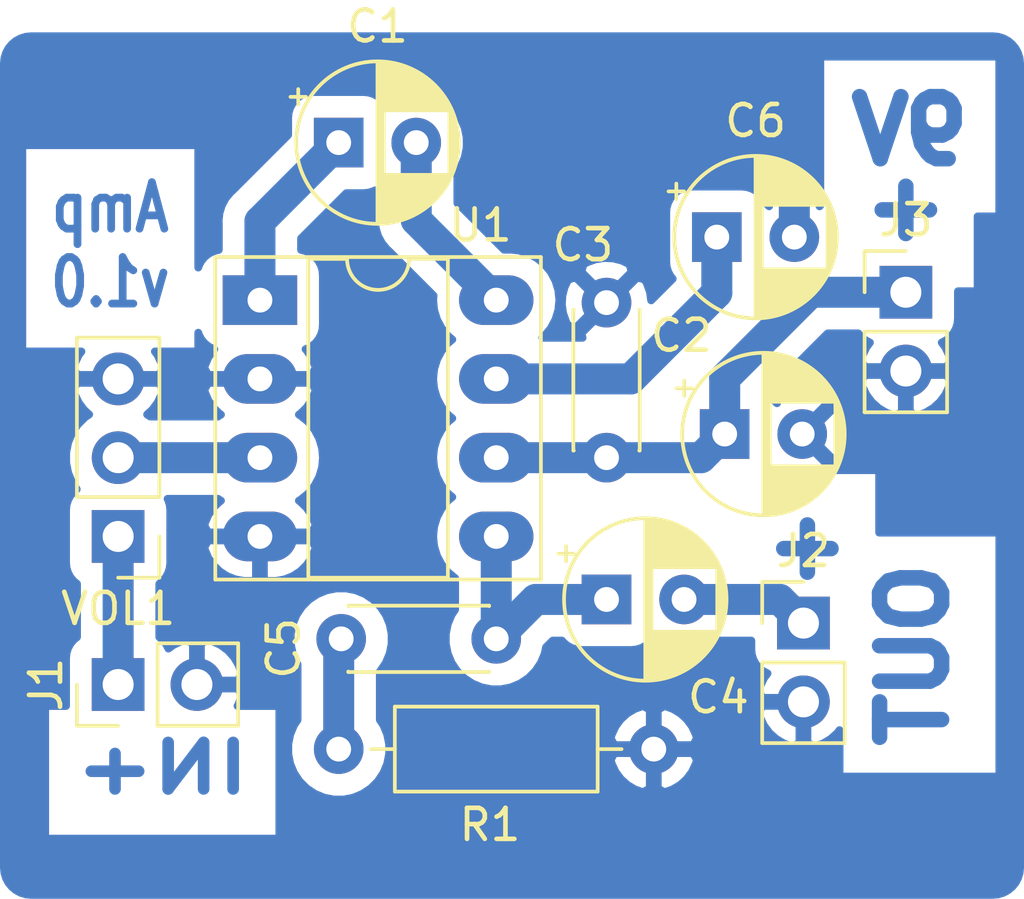
<source format=kicad_pcb>
(kicad_pcb (version 20171130) (host pcbnew "(5.1.5-0)")

  (general
    (thickness 1.6)
    (drawings 6)
    (tracks 26)
    (zones 0)
    (modules 12)
    (nets 11)
  )

  (page A4)
  (layers
    (0 F.Cu signal)
    (31 B.Cu signal)
    (32 B.Adhes user)
    (33 F.Adhes user)
    (34 B.Paste user)
    (35 F.Paste user)
    (36 B.SilkS user)
    (37 F.SilkS user)
    (38 B.Mask user)
    (39 F.Mask user)
    (40 Dwgs.User user)
    (41 Cmts.User user)
    (42 Eco1.User user)
    (43 Eco2.User user)
    (44 Edge.Cuts user)
    (45 Margin user)
    (46 B.CrtYd user)
    (47 F.CrtYd user)
    (48 B.Fab user)
    (49 F.Fab user)
  )

  (setup
    (last_trace_width 1)
    (user_trace_width 0.5)
    (user_trace_width 1)
    (trace_clearance 0.2)
    (zone_clearance 0.7)
    (zone_45_only no)
    (trace_min 0.2)
    (via_size 0.8)
    (via_drill 0.4)
    (via_min_size 0.4)
    (via_min_drill 0.3)
    (uvia_size 0.3)
    (uvia_drill 0.1)
    (uvias_allowed no)
    (uvia_min_size 0.2)
    (uvia_min_drill 0.1)
    (edge_width 0.05)
    (segment_width 0.2)
    (pcb_text_width 0.3)
    (pcb_text_size 1.5 1.5)
    (mod_edge_width 0.12)
    (mod_text_size 1 1)
    (mod_text_width 0.15)
    (pad_size 1.524 1.524)
    (pad_drill 0.762)
    (pad_to_mask_clearance 0.051)
    (solder_mask_min_width 0.25)
    (aux_axis_origin 0 0)
    (visible_elements FFFFFF7F)
    (pcbplotparams
      (layerselection 0x010fc_ffffffff)
      (usegerberextensions false)
      (usegerberattributes false)
      (usegerberadvancedattributes false)
      (creategerberjobfile false)
      (excludeedgelayer true)
      (linewidth 0.100000)
      (plotframeref false)
      (viasonmask false)
      (mode 1)
      (useauxorigin false)
      (hpglpennumber 1)
      (hpglpenspeed 20)
      (hpglpendiameter 15.000000)
      (psnegative false)
      (psa4output false)
      (plotreference true)
      (plotvalue true)
      (plotinvisibletext false)
      (padsonsilk false)
      (subtractmaskfromsilk false)
      (outputformat 1)
      (mirror false)
      (drillshape 1)
      (scaleselection 1)
      (outputdirectory ""))
  )

  (net 0 "")
  (net 1 "Net-(C1-Pad2)")
  (net 2 "Net-(C1-Pad1)")
  (net 3 GND)
  (net 4 +9V)
  (net 5 "Net-(C4-Pad2)")
  (net 6 "Net-(C4-Pad1)")
  (net 7 "Net-(C5-Pad2)")
  (net 8 "Net-(C6-Pad1)")
  (net 9 "Net-(J1-Pad1)")
  (net 10 "Net-(U1-Pad3)")

  (net_class Default "This is the default net class."
    (clearance 0.2)
    (trace_width 0.25)
    (via_dia 0.8)
    (via_drill 0.4)
    (uvia_dia 0.3)
    (uvia_drill 0.1)
    (add_net +9V)
    (add_net GND)
    (add_net "Net-(C1-Pad1)")
    (add_net "Net-(C1-Pad2)")
    (add_net "Net-(C4-Pad1)")
    (add_net "Net-(C4-Pad2)")
    (add_net "Net-(C5-Pad2)")
    (add_net "Net-(C6-Pad1)")
    (add_net "Net-(J1-Pad1)")
    (add_net "Net-(U1-Pad3)")
  )

  (module Connector_PinHeader_2.54mm:PinHeader_1x03_P2.54mm_Vertical (layer F.Cu) (tedit 59FED5CC) (tstamp 5FB746B6)
    (at 133.35 107.696 180)
    (descr "Through hole straight pin header, 1x03, 2.54mm pitch, single row")
    (tags "Through hole pin header THT 1x03 2.54mm single row")
    (path /5FB6C136)
    (fp_text reference VOL1 (at 0 -2.33) (layer F.SilkS)
      (effects (font (size 1 1) (thickness 0.15)))
    )
    (fp_text value 10k (at 0 7.41) (layer F.Fab)
      (effects (font (size 1 1) (thickness 0.15)))
    )
    (fp_text user %R (at 0 2.54 90) (layer F.Fab)
      (effects (font (size 1 1) (thickness 0.15)))
    )
    (fp_line (start 1.8 -1.8) (end -1.8 -1.8) (layer F.CrtYd) (width 0.05))
    (fp_line (start 1.8 6.85) (end 1.8 -1.8) (layer F.CrtYd) (width 0.05))
    (fp_line (start -1.8 6.85) (end 1.8 6.85) (layer F.CrtYd) (width 0.05))
    (fp_line (start -1.8 -1.8) (end -1.8 6.85) (layer F.CrtYd) (width 0.05))
    (fp_line (start -1.33 -1.33) (end 0 -1.33) (layer F.SilkS) (width 0.12))
    (fp_line (start -1.33 0) (end -1.33 -1.33) (layer F.SilkS) (width 0.12))
    (fp_line (start -1.33 1.27) (end 1.33 1.27) (layer F.SilkS) (width 0.12))
    (fp_line (start 1.33 1.27) (end 1.33 6.41) (layer F.SilkS) (width 0.12))
    (fp_line (start -1.33 1.27) (end -1.33 6.41) (layer F.SilkS) (width 0.12))
    (fp_line (start -1.33 6.41) (end 1.33 6.41) (layer F.SilkS) (width 0.12))
    (fp_line (start -1.27 -0.635) (end -0.635 -1.27) (layer F.Fab) (width 0.1))
    (fp_line (start -1.27 6.35) (end -1.27 -0.635) (layer F.Fab) (width 0.1))
    (fp_line (start 1.27 6.35) (end -1.27 6.35) (layer F.Fab) (width 0.1))
    (fp_line (start 1.27 -1.27) (end 1.27 6.35) (layer F.Fab) (width 0.1))
    (fp_line (start -0.635 -1.27) (end 1.27 -1.27) (layer F.Fab) (width 0.1))
    (pad 3 thru_hole oval (at 0 5.08 180) (size 1.7 1.7) (drill 1) (layers *.Cu *.Mask)
      (net 3 GND))
    (pad 2 thru_hole oval (at 0 2.54 180) (size 1.7 1.7) (drill 1) (layers *.Cu *.Mask)
      (net 10 "Net-(U1-Pad3)"))
    (pad 1 thru_hole rect (at 0 0 180) (size 1.7 1.7) (drill 1) (layers *.Cu *.Mask)
      (net 9 "Net-(J1-Pad1)"))
    (model ${KISYS3DMOD}/Connector_PinHeader_2.54mm.3dshapes/PinHeader_1x03_P2.54mm_Vertical.wrl
      (at (xyz 0 0 0))
      (scale (xyz 1 1 1))
      (rotate (xyz 0 0 0))
    )
  )

  (module Package_DIP:DIP-8_W7.62mm_Socket_LongPads (layer F.Cu) (tedit 5A02E8C5) (tstamp 5FB701CA)
    (at 137.922 100.076)
    (descr "8-lead though-hole mounted DIP package, row spacing 7.62 mm (300 mils), Socket, LongPads")
    (tags "THT DIP DIL PDIP 2.54mm 7.62mm 300mil Socket LongPads")
    (path /5FB6B710)
    (fp_text reference U1 (at 7.112 -2.413) (layer F.SilkS)
      (effects (font (size 1 1) (thickness 0.15)))
    )
    (fp_text value LM386 (at 3.81 6.858) (layer F.Fab)
      (effects (font (size 1 1) (thickness 0.15)))
    )
    (fp_text user %R (at 3.81 3.81) (layer F.Fab)
      (effects (font (size 1 1) (thickness 0.15)))
    )
    (fp_line (start 9.15 -1.6) (end -1.55 -1.6) (layer F.CrtYd) (width 0.05))
    (fp_line (start 9.15 9.2) (end 9.15 -1.6) (layer F.CrtYd) (width 0.05))
    (fp_line (start -1.55 9.2) (end 9.15 9.2) (layer F.CrtYd) (width 0.05))
    (fp_line (start -1.55 -1.6) (end -1.55 9.2) (layer F.CrtYd) (width 0.05))
    (fp_line (start 9.06 -1.39) (end -1.44 -1.39) (layer F.SilkS) (width 0.12))
    (fp_line (start 9.06 9.01) (end 9.06 -1.39) (layer F.SilkS) (width 0.12))
    (fp_line (start -1.44 9.01) (end 9.06 9.01) (layer F.SilkS) (width 0.12))
    (fp_line (start -1.44 -1.39) (end -1.44 9.01) (layer F.SilkS) (width 0.12))
    (fp_line (start 6.06 -1.33) (end 4.81 -1.33) (layer F.SilkS) (width 0.12))
    (fp_line (start 6.06 8.95) (end 6.06 -1.33) (layer F.SilkS) (width 0.12))
    (fp_line (start 1.56 8.95) (end 6.06 8.95) (layer F.SilkS) (width 0.12))
    (fp_line (start 1.56 -1.33) (end 1.56 8.95) (layer F.SilkS) (width 0.12))
    (fp_line (start 2.81 -1.33) (end 1.56 -1.33) (layer F.SilkS) (width 0.12))
    (fp_line (start 8.89 -1.33) (end -1.27 -1.33) (layer F.Fab) (width 0.1))
    (fp_line (start 8.89 8.95) (end 8.89 -1.33) (layer F.Fab) (width 0.1))
    (fp_line (start -1.27 8.95) (end 8.89 8.95) (layer F.Fab) (width 0.1))
    (fp_line (start -1.27 -1.33) (end -1.27 8.95) (layer F.Fab) (width 0.1))
    (fp_line (start 0.635 -0.27) (end 1.635 -1.27) (layer F.Fab) (width 0.1))
    (fp_line (start 0.635 8.89) (end 0.635 -0.27) (layer F.Fab) (width 0.1))
    (fp_line (start 6.985 8.89) (end 0.635 8.89) (layer F.Fab) (width 0.1))
    (fp_line (start 6.985 -1.27) (end 6.985 8.89) (layer F.Fab) (width 0.1))
    (fp_line (start 1.635 -1.27) (end 6.985 -1.27) (layer F.Fab) (width 0.1))
    (fp_arc (start 3.81 -1.33) (end 2.81 -1.33) (angle -180) (layer F.SilkS) (width 0.12))
    (pad 8 thru_hole oval (at 7.62 0) (size 2.4 1.6) (drill 0.8) (layers *.Cu *.Mask)
      (net 1 "Net-(C1-Pad2)"))
    (pad 4 thru_hole oval (at 0 7.62) (size 2.4 1.6) (drill 0.8) (layers *.Cu *.Mask)
      (net 3 GND))
    (pad 7 thru_hole oval (at 7.62 2.54) (size 2.4 1.6) (drill 0.8) (layers *.Cu *.Mask)
      (net 8 "Net-(C6-Pad1)"))
    (pad 3 thru_hole oval (at 0 5.08) (size 2.4 1.6) (drill 0.8) (layers *.Cu *.Mask)
      (net 10 "Net-(U1-Pad3)"))
    (pad 6 thru_hole oval (at 7.62 5.08) (size 2.4 1.6) (drill 0.8) (layers *.Cu *.Mask)
      (net 4 +9V))
    (pad 2 thru_hole oval (at 0 2.54) (size 2.4 1.6) (drill 0.8) (layers *.Cu *.Mask)
      (net 3 GND))
    (pad 5 thru_hole oval (at 7.62 7.62) (size 2.4 1.6) (drill 0.8) (layers *.Cu *.Mask)
      (net 6 "Net-(C4-Pad1)"))
    (pad 1 thru_hole rect (at 0 0) (size 2.4 1.6) (drill 0.8) (layers *.Cu *.Mask)
      (net 2 "Net-(C1-Pad1)"))
    (model ${KISYS3DMOD}/Package_DIP.3dshapes/DIP-8_W7.62mm_Socket.wrl
      (at (xyz 0 0 0))
      (scale (xyz 1 1 1))
      (rotate (xyz 0 0 0))
    )
  )

  (module Resistor_THT:R_Axial_DIN0207_L6.3mm_D2.5mm_P10.16mm_Horizontal (layer F.Cu) (tedit 5AE5139B) (tstamp 5FB701A6)
    (at 140.462 114.554)
    (descr "Resistor, Axial_DIN0207 series, Axial, Horizontal, pin pitch=10.16mm, 0.25W = 1/4W, length*diameter=6.3*2.5mm^2, http://cdn-reichelt.de/documents/datenblatt/B400/1_4W%23YAG.pdf")
    (tags "Resistor Axial_DIN0207 series Axial Horizontal pin pitch 10.16mm 0.25W = 1/4W length 6.3mm diameter 2.5mm")
    (path /5FB7CB58)
    (fp_text reference R1 (at 4.8768 2.4384) (layer F.SilkS)
      (effects (font (size 1 1) (thickness 0.15)))
    )
    (fp_text value 10R (at 5.08 2.37) (layer F.Fab)
      (effects (font (size 1 1) (thickness 0.15)))
    )
    (fp_text user %R (at 5.08 0) (layer F.Fab)
      (effects (font (size 1 1) (thickness 0.15)))
    )
    (fp_line (start 11.21 -1.5) (end -1.05 -1.5) (layer F.CrtYd) (width 0.05))
    (fp_line (start 11.21 1.5) (end 11.21 -1.5) (layer F.CrtYd) (width 0.05))
    (fp_line (start -1.05 1.5) (end 11.21 1.5) (layer F.CrtYd) (width 0.05))
    (fp_line (start -1.05 -1.5) (end -1.05 1.5) (layer F.CrtYd) (width 0.05))
    (fp_line (start 9.12 0) (end 8.35 0) (layer F.SilkS) (width 0.12))
    (fp_line (start 1.04 0) (end 1.81 0) (layer F.SilkS) (width 0.12))
    (fp_line (start 8.35 -1.37) (end 1.81 -1.37) (layer F.SilkS) (width 0.12))
    (fp_line (start 8.35 1.37) (end 8.35 -1.37) (layer F.SilkS) (width 0.12))
    (fp_line (start 1.81 1.37) (end 8.35 1.37) (layer F.SilkS) (width 0.12))
    (fp_line (start 1.81 -1.37) (end 1.81 1.37) (layer F.SilkS) (width 0.12))
    (fp_line (start 10.16 0) (end 8.23 0) (layer F.Fab) (width 0.1))
    (fp_line (start 0 0) (end 1.93 0) (layer F.Fab) (width 0.1))
    (fp_line (start 8.23 -1.25) (end 1.93 -1.25) (layer F.Fab) (width 0.1))
    (fp_line (start 8.23 1.25) (end 8.23 -1.25) (layer F.Fab) (width 0.1))
    (fp_line (start 1.93 1.25) (end 8.23 1.25) (layer F.Fab) (width 0.1))
    (fp_line (start 1.93 -1.25) (end 1.93 1.25) (layer F.Fab) (width 0.1))
    (pad 2 thru_hole oval (at 10.16 0) (size 1.6 1.6) (drill 0.8) (layers *.Cu *.Mask)
      (net 3 GND))
    (pad 1 thru_hole circle (at 0 0) (size 1.6 1.6) (drill 0.8) (layers *.Cu *.Mask)
      (net 7 "Net-(C5-Pad2)"))
    (model ${KISYS3DMOD}/Resistor_THT.3dshapes/R_Axial_DIN0207_L6.3mm_D2.5mm_P10.16mm_Horizontal.wrl
      (at (xyz 0 0 0))
      (scale (xyz 1 1 1))
      (rotate (xyz 0 0 0))
    )
  )

  (module Connector_PinHeader_2.54mm:PinHeader_1x02_P2.54mm_Vertical (layer F.Cu) (tedit 59FED5CC) (tstamp 5FB7018F)
    (at 158.75 99.822)
    (descr "Through hole straight pin header, 1x02, 2.54mm pitch, single row")
    (tags "Through hole pin header THT 1x02 2.54mm single row")
    (path /5FB8132E)
    (fp_text reference J3 (at 0 -2.33) (layer F.SilkS)
      (effects (font (size 1 1) (thickness 0.15)))
    )
    (fp_text value POW (at 0 4.87) (layer F.Fab)
      (effects (font (size 1 1) (thickness 0.15)))
    )
    (fp_text user %R (at 0 1.27 90) (layer F.Fab)
      (effects (font (size 1 1) (thickness 0.15)))
    )
    (fp_line (start 1.8 -1.8) (end -1.8 -1.8) (layer F.CrtYd) (width 0.05))
    (fp_line (start 1.8 4.35) (end 1.8 -1.8) (layer F.CrtYd) (width 0.05))
    (fp_line (start -1.8 4.35) (end 1.8 4.35) (layer F.CrtYd) (width 0.05))
    (fp_line (start -1.8 -1.8) (end -1.8 4.35) (layer F.CrtYd) (width 0.05))
    (fp_line (start -1.33 -1.33) (end 0 -1.33) (layer F.SilkS) (width 0.12))
    (fp_line (start -1.33 0) (end -1.33 -1.33) (layer F.SilkS) (width 0.12))
    (fp_line (start -1.33 1.27) (end 1.33 1.27) (layer F.SilkS) (width 0.12))
    (fp_line (start 1.33 1.27) (end 1.33 3.87) (layer F.SilkS) (width 0.12))
    (fp_line (start -1.33 1.27) (end -1.33 3.87) (layer F.SilkS) (width 0.12))
    (fp_line (start -1.33 3.87) (end 1.33 3.87) (layer F.SilkS) (width 0.12))
    (fp_line (start -1.27 -0.635) (end -0.635 -1.27) (layer F.Fab) (width 0.1))
    (fp_line (start -1.27 3.81) (end -1.27 -0.635) (layer F.Fab) (width 0.1))
    (fp_line (start 1.27 3.81) (end -1.27 3.81) (layer F.Fab) (width 0.1))
    (fp_line (start 1.27 -1.27) (end 1.27 3.81) (layer F.Fab) (width 0.1))
    (fp_line (start -0.635 -1.27) (end 1.27 -1.27) (layer F.Fab) (width 0.1))
    (pad 2 thru_hole oval (at 0 2.54) (size 1.7 1.7) (drill 1) (layers *.Cu *.Mask)
      (net 3 GND))
    (pad 1 thru_hole rect (at 0 0) (size 1.7 1.7) (drill 1) (layers *.Cu *.Mask)
      (net 4 +9V))
    (model ${KISYS3DMOD}/Connector_PinHeader_2.54mm.3dshapes/PinHeader_1x02_P2.54mm_Vertical.wrl
      (at (xyz 0 0 0))
      (scale (xyz 1 1 1))
      (rotate (xyz 0 0 0))
    )
  )

  (module Connector_PinHeader_2.54mm:PinHeader_1x02_P2.54mm_Vertical (layer F.Cu) (tedit 59FED5CC) (tstamp 5FB70179)
    (at 155.448 110.49)
    (descr "Through hole straight pin header, 1x02, 2.54mm pitch, single row")
    (tags "Through hole pin header THT 1x02 2.54mm single row")
    (path /5FB6D3D0)
    (fp_text reference J2 (at 0 -2.33) (layer F.SilkS)
      (effects (font (size 1 1) (thickness 0.15)))
    )
    (fp_text value OUT (at 0 4.87) (layer F.Fab)
      (effects (font (size 1 1) (thickness 0.15)))
    )
    (fp_text user %R (at 0 1.27 90) (layer F.Fab)
      (effects (font (size 1 1) (thickness 0.15)))
    )
    (fp_line (start 1.8 -1.8) (end -1.8 -1.8) (layer F.CrtYd) (width 0.05))
    (fp_line (start 1.8 4.35) (end 1.8 -1.8) (layer F.CrtYd) (width 0.05))
    (fp_line (start -1.8 4.35) (end 1.8 4.35) (layer F.CrtYd) (width 0.05))
    (fp_line (start -1.8 -1.8) (end -1.8 4.35) (layer F.CrtYd) (width 0.05))
    (fp_line (start -1.33 -1.33) (end 0 -1.33) (layer F.SilkS) (width 0.12))
    (fp_line (start -1.33 0) (end -1.33 -1.33) (layer F.SilkS) (width 0.12))
    (fp_line (start -1.33 1.27) (end 1.33 1.27) (layer F.SilkS) (width 0.12))
    (fp_line (start 1.33 1.27) (end 1.33 3.87) (layer F.SilkS) (width 0.12))
    (fp_line (start -1.33 1.27) (end -1.33 3.87) (layer F.SilkS) (width 0.12))
    (fp_line (start -1.33 3.87) (end 1.33 3.87) (layer F.SilkS) (width 0.12))
    (fp_line (start -1.27 -0.635) (end -0.635 -1.27) (layer F.Fab) (width 0.1))
    (fp_line (start -1.27 3.81) (end -1.27 -0.635) (layer F.Fab) (width 0.1))
    (fp_line (start 1.27 3.81) (end -1.27 3.81) (layer F.Fab) (width 0.1))
    (fp_line (start 1.27 -1.27) (end 1.27 3.81) (layer F.Fab) (width 0.1))
    (fp_line (start -0.635 -1.27) (end 1.27 -1.27) (layer F.Fab) (width 0.1))
    (pad 2 thru_hole oval (at 0 2.54) (size 1.7 1.7) (drill 1) (layers *.Cu *.Mask)
      (net 3 GND))
    (pad 1 thru_hole rect (at 0 0) (size 1.7 1.7) (drill 1) (layers *.Cu *.Mask)
      (net 5 "Net-(C4-Pad2)"))
    (model ${KISYS3DMOD}/Connector_PinHeader_2.54mm.3dshapes/PinHeader_1x02_P2.54mm_Vertical.wrl
      (at (xyz 0 0 0))
      (scale (xyz 1 1 1))
      (rotate (xyz 0 0 0))
    )
  )

  (module Connector_PinHeader_2.54mm:PinHeader_1x02_P2.54mm_Vertical (layer F.Cu) (tedit 59FED5CC) (tstamp 5FB70163)
    (at 133.35 112.4712 90)
    (descr "Through hole straight pin header, 1x02, 2.54mm pitch, single row")
    (tags "Through hole pin header THT 1x02 2.54mm single row")
    (path /5FB6D306)
    (fp_text reference J1 (at 0 -2.33 90) (layer F.SilkS)
      (effects (font (size 1 1) (thickness 0.15)))
    )
    (fp_text value IN (at -2.667 1.143 180) (layer F.Fab)
      (effects (font (size 1 1) (thickness 0.15)))
    )
    (fp_text user %R (at 0 1.27) (layer F.Fab)
      (effects (font (size 1 1) (thickness 0.15)))
    )
    (fp_line (start 1.8 -1.8) (end -1.8 -1.8) (layer F.CrtYd) (width 0.05))
    (fp_line (start 1.8 4.35) (end 1.8 -1.8) (layer F.CrtYd) (width 0.05))
    (fp_line (start -1.8 4.35) (end 1.8 4.35) (layer F.CrtYd) (width 0.05))
    (fp_line (start -1.8 -1.8) (end -1.8 4.35) (layer F.CrtYd) (width 0.05))
    (fp_line (start -1.33 -1.33) (end 0 -1.33) (layer F.SilkS) (width 0.12))
    (fp_line (start -1.33 0) (end -1.33 -1.33) (layer F.SilkS) (width 0.12))
    (fp_line (start -1.33 1.27) (end 1.33 1.27) (layer F.SilkS) (width 0.12))
    (fp_line (start 1.33 1.27) (end 1.33 3.87) (layer F.SilkS) (width 0.12))
    (fp_line (start -1.33 1.27) (end -1.33 3.87) (layer F.SilkS) (width 0.12))
    (fp_line (start -1.33 3.87) (end 1.33 3.87) (layer F.SilkS) (width 0.12))
    (fp_line (start -1.27 -0.635) (end -0.635 -1.27) (layer F.Fab) (width 0.1))
    (fp_line (start -1.27 3.81) (end -1.27 -0.635) (layer F.Fab) (width 0.1))
    (fp_line (start 1.27 3.81) (end -1.27 3.81) (layer F.Fab) (width 0.1))
    (fp_line (start 1.27 -1.27) (end 1.27 3.81) (layer F.Fab) (width 0.1))
    (fp_line (start -0.635 -1.27) (end 1.27 -1.27) (layer F.Fab) (width 0.1))
    (pad 2 thru_hole oval (at 0 2.54 90) (size 1.7 1.7) (drill 1) (layers *.Cu *.Mask)
      (net 3 GND))
    (pad 1 thru_hole rect (at 0 0 90) (size 1.7 1.7) (drill 1) (layers *.Cu *.Mask)
      (net 9 "Net-(J1-Pad1)"))
    (model ${KISYS3DMOD}/Connector_PinHeader_2.54mm.3dshapes/PinHeader_1x02_P2.54mm_Vertical.wrl
      (at (xyz 0 0 0))
      (scale (xyz 1 1 1))
      (rotate (xyz 0 0 0))
    )
  )

  (module Capacitor_THT:CP_Radial_D5.0mm_P2.50mm (layer F.Cu) (tedit 5AE50EF0) (tstamp 5FB7014D)
    (at 152.654 98.044)
    (descr "CP, Radial series, Radial, pin pitch=2.50mm, , diameter=5mm, Electrolytic Capacitor")
    (tags "CP Radial series Radial pin pitch 2.50mm  diameter 5mm Electrolytic Capacitor")
    (path /5FB7E755)
    (fp_text reference C6 (at 1.25 -3.75) (layer F.SilkS)
      (effects (font (size 1 1) (thickness 0.15)))
    )
    (fp_text value 10uF (at 1.25 -3.683) (layer F.Fab)
      (effects (font (size 1 1) (thickness 0.15)))
    )
    (fp_text user %R (at 1.25 0) (layer F.Fab)
      (effects (font (size 1 1) (thickness 0.15)))
    )
    (fp_line (start -1.304775 -1.725) (end -1.304775 -1.225) (layer F.SilkS) (width 0.12))
    (fp_line (start -1.554775 -1.475) (end -1.054775 -1.475) (layer F.SilkS) (width 0.12))
    (fp_line (start 3.851 -0.284) (end 3.851 0.284) (layer F.SilkS) (width 0.12))
    (fp_line (start 3.811 -0.518) (end 3.811 0.518) (layer F.SilkS) (width 0.12))
    (fp_line (start 3.771 -0.677) (end 3.771 0.677) (layer F.SilkS) (width 0.12))
    (fp_line (start 3.731 -0.805) (end 3.731 0.805) (layer F.SilkS) (width 0.12))
    (fp_line (start 3.691 -0.915) (end 3.691 0.915) (layer F.SilkS) (width 0.12))
    (fp_line (start 3.651 -1.011) (end 3.651 1.011) (layer F.SilkS) (width 0.12))
    (fp_line (start 3.611 -1.098) (end 3.611 1.098) (layer F.SilkS) (width 0.12))
    (fp_line (start 3.571 -1.178) (end 3.571 1.178) (layer F.SilkS) (width 0.12))
    (fp_line (start 3.531 1.04) (end 3.531 1.251) (layer F.SilkS) (width 0.12))
    (fp_line (start 3.531 -1.251) (end 3.531 -1.04) (layer F.SilkS) (width 0.12))
    (fp_line (start 3.491 1.04) (end 3.491 1.319) (layer F.SilkS) (width 0.12))
    (fp_line (start 3.491 -1.319) (end 3.491 -1.04) (layer F.SilkS) (width 0.12))
    (fp_line (start 3.451 1.04) (end 3.451 1.383) (layer F.SilkS) (width 0.12))
    (fp_line (start 3.451 -1.383) (end 3.451 -1.04) (layer F.SilkS) (width 0.12))
    (fp_line (start 3.411 1.04) (end 3.411 1.443) (layer F.SilkS) (width 0.12))
    (fp_line (start 3.411 -1.443) (end 3.411 -1.04) (layer F.SilkS) (width 0.12))
    (fp_line (start 3.371 1.04) (end 3.371 1.5) (layer F.SilkS) (width 0.12))
    (fp_line (start 3.371 -1.5) (end 3.371 -1.04) (layer F.SilkS) (width 0.12))
    (fp_line (start 3.331 1.04) (end 3.331 1.554) (layer F.SilkS) (width 0.12))
    (fp_line (start 3.331 -1.554) (end 3.331 -1.04) (layer F.SilkS) (width 0.12))
    (fp_line (start 3.291 1.04) (end 3.291 1.605) (layer F.SilkS) (width 0.12))
    (fp_line (start 3.291 -1.605) (end 3.291 -1.04) (layer F.SilkS) (width 0.12))
    (fp_line (start 3.251 1.04) (end 3.251 1.653) (layer F.SilkS) (width 0.12))
    (fp_line (start 3.251 -1.653) (end 3.251 -1.04) (layer F.SilkS) (width 0.12))
    (fp_line (start 3.211 1.04) (end 3.211 1.699) (layer F.SilkS) (width 0.12))
    (fp_line (start 3.211 -1.699) (end 3.211 -1.04) (layer F.SilkS) (width 0.12))
    (fp_line (start 3.171 1.04) (end 3.171 1.743) (layer F.SilkS) (width 0.12))
    (fp_line (start 3.171 -1.743) (end 3.171 -1.04) (layer F.SilkS) (width 0.12))
    (fp_line (start 3.131 1.04) (end 3.131 1.785) (layer F.SilkS) (width 0.12))
    (fp_line (start 3.131 -1.785) (end 3.131 -1.04) (layer F.SilkS) (width 0.12))
    (fp_line (start 3.091 1.04) (end 3.091 1.826) (layer F.SilkS) (width 0.12))
    (fp_line (start 3.091 -1.826) (end 3.091 -1.04) (layer F.SilkS) (width 0.12))
    (fp_line (start 3.051 1.04) (end 3.051 1.864) (layer F.SilkS) (width 0.12))
    (fp_line (start 3.051 -1.864) (end 3.051 -1.04) (layer F.SilkS) (width 0.12))
    (fp_line (start 3.011 1.04) (end 3.011 1.901) (layer F.SilkS) (width 0.12))
    (fp_line (start 3.011 -1.901) (end 3.011 -1.04) (layer F.SilkS) (width 0.12))
    (fp_line (start 2.971 1.04) (end 2.971 1.937) (layer F.SilkS) (width 0.12))
    (fp_line (start 2.971 -1.937) (end 2.971 -1.04) (layer F.SilkS) (width 0.12))
    (fp_line (start 2.931 1.04) (end 2.931 1.971) (layer F.SilkS) (width 0.12))
    (fp_line (start 2.931 -1.971) (end 2.931 -1.04) (layer F.SilkS) (width 0.12))
    (fp_line (start 2.891 1.04) (end 2.891 2.004) (layer F.SilkS) (width 0.12))
    (fp_line (start 2.891 -2.004) (end 2.891 -1.04) (layer F.SilkS) (width 0.12))
    (fp_line (start 2.851 1.04) (end 2.851 2.035) (layer F.SilkS) (width 0.12))
    (fp_line (start 2.851 -2.035) (end 2.851 -1.04) (layer F.SilkS) (width 0.12))
    (fp_line (start 2.811 1.04) (end 2.811 2.065) (layer F.SilkS) (width 0.12))
    (fp_line (start 2.811 -2.065) (end 2.811 -1.04) (layer F.SilkS) (width 0.12))
    (fp_line (start 2.771 1.04) (end 2.771 2.095) (layer F.SilkS) (width 0.12))
    (fp_line (start 2.771 -2.095) (end 2.771 -1.04) (layer F.SilkS) (width 0.12))
    (fp_line (start 2.731 1.04) (end 2.731 2.122) (layer F.SilkS) (width 0.12))
    (fp_line (start 2.731 -2.122) (end 2.731 -1.04) (layer F.SilkS) (width 0.12))
    (fp_line (start 2.691 1.04) (end 2.691 2.149) (layer F.SilkS) (width 0.12))
    (fp_line (start 2.691 -2.149) (end 2.691 -1.04) (layer F.SilkS) (width 0.12))
    (fp_line (start 2.651 1.04) (end 2.651 2.175) (layer F.SilkS) (width 0.12))
    (fp_line (start 2.651 -2.175) (end 2.651 -1.04) (layer F.SilkS) (width 0.12))
    (fp_line (start 2.611 1.04) (end 2.611 2.2) (layer F.SilkS) (width 0.12))
    (fp_line (start 2.611 -2.2) (end 2.611 -1.04) (layer F.SilkS) (width 0.12))
    (fp_line (start 2.571 1.04) (end 2.571 2.224) (layer F.SilkS) (width 0.12))
    (fp_line (start 2.571 -2.224) (end 2.571 -1.04) (layer F.SilkS) (width 0.12))
    (fp_line (start 2.531 1.04) (end 2.531 2.247) (layer F.SilkS) (width 0.12))
    (fp_line (start 2.531 -2.247) (end 2.531 -1.04) (layer F.SilkS) (width 0.12))
    (fp_line (start 2.491 1.04) (end 2.491 2.268) (layer F.SilkS) (width 0.12))
    (fp_line (start 2.491 -2.268) (end 2.491 -1.04) (layer F.SilkS) (width 0.12))
    (fp_line (start 2.451 1.04) (end 2.451 2.29) (layer F.SilkS) (width 0.12))
    (fp_line (start 2.451 -2.29) (end 2.451 -1.04) (layer F.SilkS) (width 0.12))
    (fp_line (start 2.411 1.04) (end 2.411 2.31) (layer F.SilkS) (width 0.12))
    (fp_line (start 2.411 -2.31) (end 2.411 -1.04) (layer F.SilkS) (width 0.12))
    (fp_line (start 2.371 1.04) (end 2.371 2.329) (layer F.SilkS) (width 0.12))
    (fp_line (start 2.371 -2.329) (end 2.371 -1.04) (layer F.SilkS) (width 0.12))
    (fp_line (start 2.331 1.04) (end 2.331 2.348) (layer F.SilkS) (width 0.12))
    (fp_line (start 2.331 -2.348) (end 2.331 -1.04) (layer F.SilkS) (width 0.12))
    (fp_line (start 2.291 1.04) (end 2.291 2.365) (layer F.SilkS) (width 0.12))
    (fp_line (start 2.291 -2.365) (end 2.291 -1.04) (layer F.SilkS) (width 0.12))
    (fp_line (start 2.251 1.04) (end 2.251 2.382) (layer F.SilkS) (width 0.12))
    (fp_line (start 2.251 -2.382) (end 2.251 -1.04) (layer F.SilkS) (width 0.12))
    (fp_line (start 2.211 1.04) (end 2.211 2.398) (layer F.SilkS) (width 0.12))
    (fp_line (start 2.211 -2.398) (end 2.211 -1.04) (layer F.SilkS) (width 0.12))
    (fp_line (start 2.171 1.04) (end 2.171 2.414) (layer F.SilkS) (width 0.12))
    (fp_line (start 2.171 -2.414) (end 2.171 -1.04) (layer F.SilkS) (width 0.12))
    (fp_line (start 2.131 1.04) (end 2.131 2.428) (layer F.SilkS) (width 0.12))
    (fp_line (start 2.131 -2.428) (end 2.131 -1.04) (layer F.SilkS) (width 0.12))
    (fp_line (start 2.091 1.04) (end 2.091 2.442) (layer F.SilkS) (width 0.12))
    (fp_line (start 2.091 -2.442) (end 2.091 -1.04) (layer F.SilkS) (width 0.12))
    (fp_line (start 2.051 1.04) (end 2.051 2.455) (layer F.SilkS) (width 0.12))
    (fp_line (start 2.051 -2.455) (end 2.051 -1.04) (layer F.SilkS) (width 0.12))
    (fp_line (start 2.011 1.04) (end 2.011 2.468) (layer F.SilkS) (width 0.12))
    (fp_line (start 2.011 -2.468) (end 2.011 -1.04) (layer F.SilkS) (width 0.12))
    (fp_line (start 1.971 1.04) (end 1.971 2.48) (layer F.SilkS) (width 0.12))
    (fp_line (start 1.971 -2.48) (end 1.971 -1.04) (layer F.SilkS) (width 0.12))
    (fp_line (start 1.93 1.04) (end 1.93 2.491) (layer F.SilkS) (width 0.12))
    (fp_line (start 1.93 -2.491) (end 1.93 -1.04) (layer F.SilkS) (width 0.12))
    (fp_line (start 1.89 1.04) (end 1.89 2.501) (layer F.SilkS) (width 0.12))
    (fp_line (start 1.89 -2.501) (end 1.89 -1.04) (layer F.SilkS) (width 0.12))
    (fp_line (start 1.85 1.04) (end 1.85 2.511) (layer F.SilkS) (width 0.12))
    (fp_line (start 1.85 -2.511) (end 1.85 -1.04) (layer F.SilkS) (width 0.12))
    (fp_line (start 1.81 1.04) (end 1.81 2.52) (layer F.SilkS) (width 0.12))
    (fp_line (start 1.81 -2.52) (end 1.81 -1.04) (layer F.SilkS) (width 0.12))
    (fp_line (start 1.77 1.04) (end 1.77 2.528) (layer F.SilkS) (width 0.12))
    (fp_line (start 1.77 -2.528) (end 1.77 -1.04) (layer F.SilkS) (width 0.12))
    (fp_line (start 1.73 1.04) (end 1.73 2.536) (layer F.SilkS) (width 0.12))
    (fp_line (start 1.73 -2.536) (end 1.73 -1.04) (layer F.SilkS) (width 0.12))
    (fp_line (start 1.69 1.04) (end 1.69 2.543) (layer F.SilkS) (width 0.12))
    (fp_line (start 1.69 -2.543) (end 1.69 -1.04) (layer F.SilkS) (width 0.12))
    (fp_line (start 1.65 1.04) (end 1.65 2.55) (layer F.SilkS) (width 0.12))
    (fp_line (start 1.65 -2.55) (end 1.65 -1.04) (layer F.SilkS) (width 0.12))
    (fp_line (start 1.61 1.04) (end 1.61 2.556) (layer F.SilkS) (width 0.12))
    (fp_line (start 1.61 -2.556) (end 1.61 -1.04) (layer F.SilkS) (width 0.12))
    (fp_line (start 1.57 1.04) (end 1.57 2.561) (layer F.SilkS) (width 0.12))
    (fp_line (start 1.57 -2.561) (end 1.57 -1.04) (layer F.SilkS) (width 0.12))
    (fp_line (start 1.53 1.04) (end 1.53 2.565) (layer F.SilkS) (width 0.12))
    (fp_line (start 1.53 -2.565) (end 1.53 -1.04) (layer F.SilkS) (width 0.12))
    (fp_line (start 1.49 1.04) (end 1.49 2.569) (layer F.SilkS) (width 0.12))
    (fp_line (start 1.49 -2.569) (end 1.49 -1.04) (layer F.SilkS) (width 0.12))
    (fp_line (start 1.45 -2.573) (end 1.45 2.573) (layer F.SilkS) (width 0.12))
    (fp_line (start 1.41 -2.576) (end 1.41 2.576) (layer F.SilkS) (width 0.12))
    (fp_line (start 1.37 -2.578) (end 1.37 2.578) (layer F.SilkS) (width 0.12))
    (fp_line (start 1.33 -2.579) (end 1.33 2.579) (layer F.SilkS) (width 0.12))
    (fp_line (start 1.29 -2.58) (end 1.29 2.58) (layer F.SilkS) (width 0.12))
    (fp_line (start 1.25 -2.58) (end 1.25 2.58) (layer F.SilkS) (width 0.12))
    (fp_line (start -0.633605 -1.3375) (end -0.633605 -0.8375) (layer F.Fab) (width 0.1))
    (fp_line (start -0.883605 -1.0875) (end -0.383605 -1.0875) (layer F.Fab) (width 0.1))
    (fp_circle (center 1.25 0) (end 4 0) (layer F.CrtYd) (width 0.05))
    (fp_circle (center 1.25 0) (end 3.87 0) (layer F.SilkS) (width 0.12))
    (fp_circle (center 1.25 0) (end 3.75 0) (layer F.Fab) (width 0.1))
    (pad 2 thru_hole circle (at 2.5 0) (size 1.6 1.6) (drill 0.8) (layers *.Cu *.Mask)
      (net 3 GND))
    (pad 1 thru_hole rect (at 0 0) (size 1.6 1.6) (drill 0.8) (layers *.Cu *.Mask)
      (net 8 "Net-(C6-Pad1)"))
    (model ${KISYS3DMOD}/Capacitor_THT.3dshapes/CP_Radial_D5.0mm_P2.50mm.wrl
      (at (xyz 0 0 0))
      (scale (xyz 1 1 1))
      (rotate (xyz 0 0 0))
    )
  )

  (module Capacitor_THT:C_Disc_D4.3mm_W1.9mm_P5.00mm (layer F.Cu) (tedit 5AE50EF0) (tstamp 5FB700C9)
    (at 145.542 110.998 180)
    (descr "C, Disc series, Radial, pin pitch=5.00mm, , diameter*width=4.3*1.9mm^2, Capacitor, http://www.vishay.com/docs/45233/krseries.pdf")
    (tags "C Disc series Radial pin pitch 5.00mm  diameter 4.3mm width 1.9mm Capacitor")
    (path /5FB6F2B2)
    (fp_text reference C5 (at 6.858 -0.3048 90) (layer F.SilkS)
      (effects (font (size 1 1) (thickness 0.15)))
    )
    (fp_text value 0.05uF (at 6.985 -4.064 90) (layer F.Fab)
      (effects (font (size 1 1) (thickness 0.15)))
    )
    (fp_text user %R (at 2.5 0) (layer F.Fab)
      (effects (font (size 0.86 0.86) (thickness 0.129)))
    )
    (fp_line (start 6.05 -1.2) (end -1.05 -1.2) (layer F.CrtYd) (width 0.05))
    (fp_line (start 6.05 1.2) (end 6.05 -1.2) (layer F.CrtYd) (width 0.05))
    (fp_line (start -1.05 1.2) (end 6.05 1.2) (layer F.CrtYd) (width 0.05))
    (fp_line (start -1.05 -1.2) (end -1.05 1.2) (layer F.CrtYd) (width 0.05))
    (fp_line (start 4.77 1.055) (end 4.77 1.07) (layer F.SilkS) (width 0.12))
    (fp_line (start 4.77 -1.07) (end 4.77 -1.055) (layer F.SilkS) (width 0.12))
    (fp_line (start 0.23 1.055) (end 0.23 1.07) (layer F.SilkS) (width 0.12))
    (fp_line (start 0.23 -1.07) (end 0.23 -1.055) (layer F.SilkS) (width 0.12))
    (fp_line (start 0.23 1.07) (end 4.77 1.07) (layer F.SilkS) (width 0.12))
    (fp_line (start 0.23 -1.07) (end 4.77 -1.07) (layer F.SilkS) (width 0.12))
    (fp_line (start 4.65 -0.95) (end 0.35 -0.95) (layer F.Fab) (width 0.1))
    (fp_line (start 4.65 0.95) (end 4.65 -0.95) (layer F.Fab) (width 0.1))
    (fp_line (start 0.35 0.95) (end 4.65 0.95) (layer F.Fab) (width 0.1))
    (fp_line (start 0.35 -0.95) (end 0.35 0.95) (layer F.Fab) (width 0.1))
    (pad 2 thru_hole circle (at 5 0 180) (size 1.6 1.6) (drill 0.8) (layers *.Cu *.Mask)
      (net 7 "Net-(C5-Pad2)"))
    (pad 1 thru_hole circle (at 0 0 180) (size 1.6 1.6) (drill 0.8) (layers *.Cu *.Mask)
      (net 6 "Net-(C4-Pad1)"))
    (model ${KISYS3DMOD}/Capacitor_THT.3dshapes/C_Disc_D4.3mm_W1.9mm_P5.00mm.wrl
      (at (xyz 0 0 0))
      (scale (xyz 1 1 1))
      (rotate (xyz 0 0 0))
    )
  )

  (module Capacitor_THT:CP_Radial_D5.0mm_P2.50mm (layer F.Cu) (tedit 5AE50EF0) (tstamp 5FB700B4)
    (at 149.098 109.728)
    (descr "CP, Radial series, Radial, pin pitch=2.50mm, , diameter=5mm, Electrolytic Capacitor")
    (tags "CP Radial series Radial pin pitch 2.50mm  diameter 5mm Electrolytic Capacitor")
    (path /5FB719D6)
    (fp_text reference C4 (at 3.6068 3.1496 180) (layer F.SilkS)
      (effects (font (size 1 1) (thickness 0.15)))
    )
    (fp_text value 250uF (at 3.683 4.699 270) (layer F.Fab)
      (effects (font (size 1 1) (thickness 0.15)))
    )
    (fp_text user %R (at 1.25 0) (layer F.Fab)
      (effects (font (size 1 1) (thickness 0.15)))
    )
    (fp_line (start -1.304775 -1.725) (end -1.304775 -1.225) (layer F.SilkS) (width 0.12))
    (fp_line (start -1.554775 -1.475) (end -1.054775 -1.475) (layer F.SilkS) (width 0.12))
    (fp_line (start 3.851 -0.284) (end 3.851 0.284) (layer F.SilkS) (width 0.12))
    (fp_line (start 3.811 -0.518) (end 3.811 0.518) (layer F.SilkS) (width 0.12))
    (fp_line (start 3.771 -0.677) (end 3.771 0.677) (layer F.SilkS) (width 0.12))
    (fp_line (start 3.731 -0.805) (end 3.731 0.805) (layer F.SilkS) (width 0.12))
    (fp_line (start 3.691 -0.915) (end 3.691 0.915) (layer F.SilkS) (width 0.12))
    (fp_line (start 3.651 -1.011) (end 3.651 1.011) (layer F.SilkS) (width 0.12))
    (fp_line (start 3.611 -1.098) (end 3.611 1.098) (layer F.SilkS) (width 0.12))
    (fp_line (start 3.571 -1.178) (end 3.571 1.178) (layer F.SilkS) (width 0.12))
    (fp_line (start 3.531 1.04) (end 3.531 1.251) (layer F.SilkS) (width 0.12))
    (fp_line (start 3.531 -1.251) (end 3.531 -1.04) (layer F.SilkS) (width 0.12))
    (fp_line (start 3.491 1.04) (end 3.491 1.319) (layer F.SilkS) (width 0.12))
    (fp_line (start 3.491 -1.319) (end 3.491 -1.04) (layer F.SilkS) (width 0.12))
    (fp_line (start 3.451 1.04) (end 3.451 1.383) (layer F.SilkS) (width 0.12))
    (fp_line (start 3.451 -1.383) (end 3.451 -1.04) (layer F.SilkS) (width 0.12))
    (fp_line (start 3.411 1.04) (end 3.411 1.443) (layer F.SilkS) (width 0.12))
    (fp_line (start 3.411 -1.443) (end 3.411 -1.04) (layer F.SilkS) (width 0.12))
    (fp_line (start 3.371 1.04) (end 3.371 1.5) (layer F.SilkS) (width 0.12))
    (fp_line (start 3.371 -1.5) (end 3.371 -1.04) (layer F.SilkS) (width 0.12))
    (fp_line (start 3.331 1.04) (end 3.331 1.554) (layer F.SilkS) (width 0.12))
    (fp_line (start 3.331 -1.554) (end 3.331 -1.04) (layer F.SilkS) (width 0.12))
    (fp_line (start 3.291 1.04) (end 3.291 1.605) (layer F.SilkS) (width 0.12))
    (fp_line (start 3.291 -1.605) (end 3.291 -1.04) (layer F.SilkS) (width 0.12))
    (fp_line (start 3.251 1.04) (end 3.251 1.653) (layer F.SilkS) (width 0.12))
    (fp_line (start 3.251 -1.653) (end 3.251 -1.04) (layer F.SilkS) (width 0.12))
    (fp_line (start 3.211 1.04) (end 3.211 1.699) (layer F.SilkS) (width 0.12))
    (fp_line (start 3.211 -1.699) (end 3.211 -1.04) (layer F.SilkS) (width 0.12))
    (fp_line (start 3.171 1.04) (end 3.171 1.743) (layer F.SilkS) (width 0.12))
    (fp_line (start 3.171 -1.743) (end 3.171 -1.04) (layer F.SilkS) (width 0.12))
    (fp_line (start 3.131 1.04) (end 3.131 1.785) (layer F.SilkS) (width 0.12))
    (fp_line (start 3.131 -1.785) (end 3.131 -1.04) (layer F.SilkS) (width 0.12))
    (fp_line (start 3.091 1.04) (end 3.091 1.826) (layer F.SilkS) (width 0.12))
    (fp_line (start 3.091 -1.826) (end 3.091 -1.04) (layer F.SilkS) (width 0.12))
    (fp_line (start 3.051 1.04) (end 3.051 1.864) (layer F.SilkS) (width 0.12))
    (fp_line (start 3.051 -1.864) (end 3.051 -1.04) (layer F.SilkS) (width 0.12))
    (fp_line (start 3.011 1.04) (end 3.011 1.901) (layer F.SilkS) (width 0.12))
    (fp_line (start 3.011 -1.901) (end 3.011 -1.04) (layer F.SilkS) (width 0.12))
    (fp_line (start 2.971 1.04) (end 2.971 1.937) (layer F.SilkS) (width 0.12))
    (fp_line (start 2.971 -1.937) (end 2.971 -1.04) (layer F.SilkS) (width 0.12))
    (fp_line (start 2.931 1.04) (end 2.931 1.971) (layer F.SilkS) (width 0.12))
    (fp_line (start 2.931 -1.971) (end 2.931 -1.04) (layer F.SilkS) (width 0.12))
    (fp_line (start 2.891 1.04) (end 2.891 2.004) (layer F.SilkS) (width 0.12))
    (fp_line (start 2.891 -2.004) (end 2.891 -1.04) (layer F.SilkS) (width 0.12))
    (fp_line (start 2.851 1.04) (end 2.851 2.035) (layer F.SilkS) (width 0.12))
    (fp_line (start 2.851 -2.035) (end 2.851 -1.04) (layer F.SilkS) (width 0.12))
    (fp_line (start 2.811 1.04) (end 2.811 2.065) (layer F.SilkS) (width 0.12))
    (fp_line (start 2.811 -2.065) (end 2.811 -1.04) (layer F.SilkS) (width 0.12))
    (fp_line (start 2.771 1.04) (end 2.771 2.095) (layer F.SilkS) (width 0.12))
    (fp_line (start 2.771 -2.095) (end 2.771 -1.04) (layer F.SilkS) (width 0.12))
    (fp_line (start 2.731 1.04) (end 2.731 2.122) (layer F.SilkS) (width 0.12))
    (fp_line (start 2.731 -2.122) (end 2.731 -1.04) (layer F.SilkS) (width 0.12))
    (fp_line (start 2.691 1.04) (end 2.691 2.149) (layer F.SilkS) (width 0.12))
    (fp_line (start 2.691 -2.149) (end 2.691 -1.04) (layer F.SilkS) (width 0.12))
    (fp_line (start 2.651 1.04) (end 2.651 2.175) (layer F.SilkS) (width 0.12))
    (fp_line (start 2.651 -2.175) (end 2.651 -1.04) (layer F.SilkS) (width 0.12))
    (fp_line (start 2.611 1.04) (end 2.611 2.2) (layer F.SilkS) (width 0.12))
    (fp_line (start 2.611 -2.2) (end 2.611 -1.04) (layer F.SilkS) (width 0.12))
    (fp_line (start 2.571 1.04) (end 2.571 2.224) (layer F.SilkS) (width 0.12))
    (fp_line (start 2.571 -2.224) (end 2.571 -1.04) (layer F.SilkS) (width 0.12))
    (fp_line (start 2.531 1.04) (end 2.531 2.247) (layer F.SilkS) (width 0.12))
    (fp_line (start 2.531 -2.247) (end 2.531 -1.04) (layer F.SilkS) (width 0.12))
    (fp_line (start 2.491 1.04) (end 2.491 2.268) (layer F.SilkS) (width 0.12))
    (fp_line (start 2.491 -2.268) (end 2.491 -1.04) (layer F.SilkS) (width 0.12))
    (fp_line (start 2.451 1.04) (end 2.451 2.29) (layer F.SilkS) (width 0.12))
    (fp_line (start 2.451 -2.29) (end 2.451 -1.04) (layer F.SilkS) (width 0.12))
    (fp_line (start 2.411 1.04) (end 2.411 2.31) (layer F.SilkS) (width 0.12))
    (fp_line (start 2.411 -2.31) (end 2.411 -1.04) (layer F.SilkS) (width 0.12))
    (fp_line (start 2.371 1.04) (end 2.371 2.329) (layer F.SilkS) (width 0.12))
    (fp_line (start 2.371 -2.329) (end 2.371 -1.04) (layer F.SilkS) (width 0.12))
    (fp_line (start 2.331 1.04) (end 2.331 2.348) (layer F.SilkS) (width 0.12))
    (fp_line (start 2.331 -2.348) (end 2.331 -1.04) (layer F.SilkS) (width 0.12))
    (fp_line (start 2.291 1.04) (end 2.291 2.365) (layer F.SilkS) (width 0.12))
    (fp_line (start 2.291 -2.365) (end 2.291 -1.04) (layer F.SilkS) (width 0.12))
    (fp_line (start 2.251 1.04) (end 2.251 2.382) (layer F.SilkS) (width 0.12))
    (fp_line (start 2.251 -2.382) (end 2.251 -1.04) (layer F.SilkS) (width 0.12))
    (fp_line (start 2.211 1.04) (end 2.211 2.398) (layer F.SilkS) (width 0.12))
    (fp_line (start 2.211 -2.398) (end 2.211 -1.04) (layer F.SilkS) (width 0.12))
    (fp_line (start 2.171 1.04) (end 2.171 2.414) (layer F.SilkS) (width 0.12))
    (fp_line (start 2.171 -2.414) (end 2.171 -1.04) (layer F.SilkS) (width 0.12))
    (fp_line (start 2.131 1.04) (end 2.131 2.428) (layer F.SilkS) (width 0.12))
    (fp_line (start 2.131 -2.428) (end 2.131 -1.04) (layer F.SilkS) (width 0.12))
    (fp_line (start 2.091 1.04) (end 2.091 2.442) (layer F.SilkS) (width 0.12))
    (fp_line (start 2.091 -2.442) (end 2.091 -1.04) (layer F.SilkS) (width 0.12))
    (fp_line (start 2.051 1.04) (end 2.051 2.455) (layer F.SilkS) (width 0.12))
    (fp_line (start 2.051 -2.455) (end 2.051 -1.04) (layer F.SilkS) (width 0.12))
    (fp_line (start 2.011 1.04) (end 2.011 2.468) (layer F.SilkS) (width 0.12))
    (fp_line (start 2.011 -2.468) (end 2.011 -1.04) (layer F.SilkS) (width 0.12))
    (fp_line (start 1.971 1.04) (end 1.971 2.48) (layer F.SilkS) (width 0.12))
    (fp_line (start 1.971 -2.48) (end 1.971 -1.04) (layer F.SilkS) (width 0.12))
    (fp_line (start 1.93 1.04) (end 1.93 2.491) (layer F.SilkS) (width 0.12))
    (fp_line (start 1.93 -2.491) (end 1.93 -1.04) (layer F.SilkS) (width 0.12))
    (fp_line (start 1.89 1.04) (end 1.89 2.501) (layer F.SilkS) (width 0.12))
    (fp_line (start 1.89 -2.501) (end 1.89 -1.04) (layer F.SilkS) (width 0.12))
    (fp_line (start 1.85 1.04) (end 1.85 2.511) (layer F.SilkS) (width 0.12))
    (fp_line (start 1.85 -2.511) (end 1.85 -1.04) (layer F.SilkS) (width 0.12))
    (fp_line (start 1.81 1.04) (end 1.81 2.52) (layer F.SilkS) (width 0.12))
    (fp_line (start 1.81 -2.52) (end 1.81 -1.04) (layer F.SilkS) (width 0.12))
    (fp_line (start 1.77 1.04) (end 1.77 2.528) (layer F.SilkS) (width 0.12))
    (fp_line (start 1.77 -2.528) (end 1.77 -1.04) (layer F.SilkS) (width 0.12))
    (fp_line (start 1.73 1.04) (end 1.73 2.536) (layer F.SilkS) (width 0.12))
    (fp_line (start 1.73 -2.536) (end 1.73 -1.04) (layer F.SilkS) (width 0.12))
    (fp_line (start 1.69 1.04) (end 1.69 2.543) (layer F.SilkS) (width 0.12))
    (fp_line (start 1.69 -2.543) (end 1.69 -1.04) (layer F.SilkS) (width 0.12))
    (fp_line (start 1.65 1.04) (end 1.65 2.55) (layer F.SilkS) (width 0.12))
    (fp_line (start 1.65 -2.55) (end 1.65 -1.04) (layer F.SilkS) (width 0.12))
    (fp_line (start 1.61 1.04) (end 1.61 2.556) (layer F.SilkS) (width 0.12))
    (fp_line (start 1.61 -2.556) (end 1.61 -1.04) (layer F.SilkS) (width 0.12))
    (fp_line (start 1.57 1.04) (end 1.57 2.561) (layer F.SilkS) (width 0.12))
    (fp_line (start 1.57 -2.561) (end 1.57 -1.04) (layer F.SilkS) (width 0.12))
    (fp_line (start 1.53 1.04) (end 1.53 2.565) (layer F.SilkS) (width 0.12))
    (fp_line (start 1.53 -2.565) (end 1.53 -1.04) (layer F.SilkS) (width 0.12))
    (fp_line (start 1.49 1.04) (end 1.49 2.569) (layer F.SilkS) (width 0.12))
    (fp_line (start 1.49 -2.569) (end 1.49 -1.04) (layer F.SilkS) (width 0.12))
    (fp_line (start 1.45 -2.573) (end 1.45 2.573) (layer F.SilkS) (width 0.12))
    (fp_line (start 1.41 -2.576) (end 1.41 2.576) (layer F.SilkS) (width 0.12))
    (fp_line (start 1.37 -2.578) (end 1.37 2.578) (layer F.SilkS) (width 0.12))
    (fp_line (start 1.33 -2.579) (end 1.33 2.579) (layer F.SilkS) (width 0.12))
    (fp_line (start 1.29 -2.58) (end 1.29 2.58) (layer F.SilkS) (width 0.12))
    (fp_line (start 1.25 -2.58) (end 1.25 2.58) (layer F.SilkS) (width 0.12))
    (fp_line (start -0.633605 -1.3375) (end -0.633605 -0.8375) (layer F.Fab) (width 0.1))
    (fp_line (start -0.883605 -1.0875) (end -0.383605 -1.0875) (layer F.Fab) (width 0.1))
    (fp_circle (center 1.25 0) (end 4 0) (layer F.CrtYd) (width 0.05))
    (fp_circle (center 1.25 0) (end 3.87 0) (layer F.SilkS) (width 0.12))
    (fp_circle (center 1.25 0) (end 3.75 0) (layer F.Fab) (width 0.1))
    (pad 2 thru_hole circle (at 2.5 0) (size 1.6 1.6) (drill 0.8) (layers *.Cu *.Mask)
      (net 5 "Net-(C4-Pad2)"))
    (pad 1 thru_hole rect (at 0 0) (size 1.6 1.6) (drill 0.8) (layers *.Cu *.Mask)
      (net 6 "Net-(C4-Pad1)"))
    (model ${KISYS3DMOD}/Capacitor_THT.3dshapes/CP_Radial_D5.0mm_P2.50mm.wrl
      (at (xyz 0 0 0))
      (scale (xyz 1 1 1))
      (rotate (xyz 0 0 0))
    )
  )

  (module Capacitor_THT:C_Disc_D4.3mm_W1.9mm_P5.00mm (layer F.Cu) (tedit 5AE50EF0) (tstamp 5FB70F05)
    (at 149.098 105.156 90)
    (descr "C, Disc series, Radial, pin pitch=5.00mm, , diameter*width=4.3*1.9mm^2, Capacitor, http://www.vishay.com/docs/45233/krseries.pdf")
    (tags "C Disc series Radial pin pitch 5.00mm  diameter 4.3mm width 1.9mm Capacitor")
    (path /5FB7DDF8)
    (fp_text reference C3 (at 6.858 -0.762 180) (layer F.SilkS)
      (effects (font (size 1 1) (thickness 0.15)))
    )
    (fp_text value 0.01uF (at 8.89 0 90) (layer F.Fab)
      (effects (font (size 1 1) (thickness 0.15)))
    )
    (fp_text user %R (at 2.5 0 90) (layer F.Fab)
      (effects (font (size 0.86 0.86) (thickness 0.129)))
    )
    (fp_line (start 6.05 -1.2) (end -1.05 -1.2) (layer F.CrtYd) (width 0.05))
    (fp_line (start 6.05 1.2) (end 6.05 -1.2) (layer F.CrtYd) (width 0.05))
    (fp_line (start -1.05 1.2) (end 6.05 1.2) (layer F.CrtYd) (width 0.05))
    (fp_line (start -1.05 -1.2) (end -1.05 1.2) (layer F.CrtYd) (width 0.05))
    (fp_line (start 4.77 1.055) (end 4.77 1.07) (layer F.SilkS) (width 0.12))
    (fp_line (start 4.77 -1.07) (end 4.77 -1.055) (layer F.SilkS) (width 0.12))
    (fp_line (start 0.23 1.055) (end 0.23 1.07) (layer F.SilkS) (width 0.12))
    (fp_line (start 0.23 -1.07) (end 0.23 -1.055) (layer F.SilkS) (width 0.12))
    (fp_line (start 0.23 1.07) (end 4.77 1.07) (layer F.SilkS) (width 0.12))
    (fp_line (start 0.23 -1.07) (end 4.77 -1.07) (layer F.SilkS) (width 0.12))
    (fp_line (start 4.65 -0.95) (end 0.35 -0.95) (layer F.Fab) (width 0.1))
    (fp_line (start 4.65 0.95) (end 4.65 -0.95) (layer F.Fab) (width 0.1))
    (fp_line (start 0.35 0.95) (end 4.65 0.95) (layer F.Fab) (width 0.1))
    (fp_line (start 0.35 -0.95) (end 0.35 0.95) (layer F.Fab) (width 0.1))
    (pad 2 thru_hole circle (at 5 0 90) (size 1.6 1.6) (drill 0.8) (layers *.Cu *.Mask)
      (net 3 GND))
    (pad 1 thru_hole circle (at 0 0 90) (size 1.6 1.6) (drill 0.8) (layers *.Cu *.Mask)
      (net 4 +9V))
    (model ${KISYS3DMOD}/Capacitor_THT.3dshapes/C_Disc_D4.3mm_W1.9mm_P5.00mm.wrl
      (at (xyz 0 0 0))
      (scale (xyz 1 1 1))
      (rotate (xyz 0 0 0))
    )
  )

  (module Capacitor_THT:CP_Radial_D5.0mm_P2.50mm (layer F.Cu) (tedit 5AE50EF0) (tstamp 5FB71302)
    (at 152.908 104.394)
    (descr "CP, Radial series, Radial, pin pitch=2.50mm, , diameter=5mm, Electrolytic Capacitor")
    (tags "CP Radial series Radial pin pitch 2.50mm  diameter 5mm Electrolytic Capacitor")
    (path /5FB7B6AF)
    (fp_text reference C2 (at -1.397 -3.175) (layer F.SilkS)
      (effects (font (size 1 1) (thickness 0.15)))
    )
    (fp_text value 220uF (at 3.048 3.556) (layer F.Fab)
      (effects (font (size 1 1) (thickness 0.15)))
    )
    (fp_text user %R (at 1.25 0) (layer F.Fab)
      (effects (font (size 1 1) (thickness 0.15)))
    )
    (fp_line (start -1.304775 -1.725) (end -1.304775 -1.225) (layer F.SilkS) (width 0.12))
    (fp_line (start -1.554775 -1.475) (end -1.054775 -1.475) (layer F.SilkS) (width 0.12))
    (fp_line (start 3.851 -0.284) (end 3.851 0.284) (layer F.SilkS) (width 0.12))
    (fp_line (start 3.811 -0.518) (end 3.811 0.518) (layer F.SilkS) (width 0.12))
    (fp_line (start 3.771 -0.677) (end 3.771 0.677) (layer F.SilkS) (width 0.12))
    (fp_line (start 3.731 -0.805) (end 3.731 0.805) (layer F.SilkS) (width 0.12))
    (fp_line (start 3.691 -0.915) (end 3.691 0.915) (layer F.SilkS) (width 0.12))
    (fp_line (start 3.651 -1.011) (end 3.651 1.011) (layer F.SilkS) (width 0.12))
    (fp_line (start 3.611 -1.098) (end 3.611 1.098) (layer F.SilkS) (width 0.12))
    (fp_line (start 3.571 -1.178) (end 3.571 1.178) (layer F.SilkS) (width 0.12))
    (fp_line (start 3.531 1.04) (end 3.531 1.251) (layer F.SilkS) (width 0.12))
    (fp_line (start 3.531 -1.251) (end 3.531 -1.04) (layer F.SilkS) (width 0.12))
    (fp_line (start 3.491 1.04) (end 3.491 1.319) (layer F.SilkS) (width 0.12))
    (fp_line (start 3.491 -1.319) (end 3.491 -1.04) (layer F.SilkS) (width 0.12))
    (fp_line (start 3.451 1.04) (end 3.451 1.383) (layer F.SilkS) (width 0.12))
    (fp_line (start 3.451 -1.383) (end 3.451 -1.04) (layer F.SilkS) (width 0.12))
    (fp_line (start 3.411 1.04) (end 3.411 1.443) (layer F.SilkS) (width 0.12))
    (fp_line (start 3.411 -1.443) (end 3.411 -1.04) (layer F.SilkS) (width 0.12))
    (fp_line (start 3.371 1.04) (end 3.371 1.5) (layer F.SilkS) (width 0.12))
    (fp_line (start 3.371 -1.5) (end 3.371 -1.04) (layer F.SilkS) (width 0.12))
    (fp_line (start 3.331 1.04) (end 3.331 1.554) (layer F.SilkS) (width 0.12))
    (fp_line (start 3.331 -1.554) (end 3.331 -1.04) (layer F.SilkS) (width 0.12))
    (fp_line (start 3.291 1.04) (end 3.291 1.605) (layer F.SilkS) (width 0.12))
    (fp_line (start 3.291 -1.605) (end 3.291 -1.04) (layer F.SilkS) (width 0.12))
    (fp_line (start 3.251 1.04) (end 3.251 1.653) (layer F.SilkS) (width 0.12))
    (fp_line (start 3.251 -1.653) (end 3.251 -1.04) (layer F.SilkS) (width 0.12))
    (fp_line (start 3.211 1.04) (end 3.211 1.699) (layer F.SilkS) (width 0.12))
    (fp_line (start 3.211 -1.699) (end 3.211 -1.04) (layer F.SilkS) (width 0.12))
    (fp_line (start 3.171 1.04) (end 3.171 1.743) (layer F.SilkS) (width 0.12))
    (fp_line (start 3.171 -1.743) (end 3.171 -1.04) (layer F.SilkS) (width 0.12))
    (fp_line (start 3.131 1.04) (end 3.131 1.785) (layer F.SilkS) (width 0.12))
    (fp_line (start 3.131 -1.785) (end 3.131 -1.04) (layer F.SilkS) (width 0.12))
    (fp_line (start 3.091 1.04) (end 3.091 1.826) (layer F.SilkS) (width 0.12))
    (fp_line (start 3.091 -1.826) (end 3.091 -1.04) (layer F.SilkS) (width 0.12))
    (fp_line (start 3.051 1.04) (end 3.051 1.864) (layer F.SilkS) (width 0.12))
    (fp_line (start 3.051 -1.864) (end 3.051 -1.04) (layer F.SilkS) (width 0.12))
    (fp_line (start 3.011 1.04) (end 3.011 1.901) (layer F.SilkS) (width 0.12))
    (fp_line (start 3.011 -1.901) (end 3.011 -1.04) (layer F.SilkS) (width 0.12))
    (fp_line (start 2.971 1.04) (end 2.971 1.937) (layer F.SilkS) (width 0.12))
    (fp_line (start 2.971 -1.937) (end 2.971 -1.04) (layer F.SilkS) (width 0.12))
    (fp_line (start 2.931 1.04) (end 2.931 1.971) (layer F.SilkS) (width 0.12))
    (fp_line (start 2.931 -1.971) (end 2.931 -1.04) (layer F.SilkS) (width 0.12))
    (fp_line (start 2.891 1.04) (end 2.891 2.004) (layer F.SilkS) (width 0.12))
    (fp_line (start 2.891 -2.004) (end 2.891 -1.04) (layer F.SilkS) (width 0.12))
    (fp_line (start 2.851 1.04) (end 2.851 2.035) (layer F.SilkS) (width 0.12))
    (fp_line (start 2.851 -2.035) (end 2.851 -1.04) (layer F.SilkS) (width 0.12))
    (fp_line (start 2.811 1.04) (end 2.811 2.065) (layer F.SilkS) (width 0.12))
    (fp_line (start 2.811 -2.065) (end 2.811 -1.04) (layer F.SilkS) (width 0.12))
    (fp_line (start 2.771 1.04) (end 2.771 2.095) (layer F.SilkS) (width 0.12))
    (fp_line (start 2.771 -2.095) (end 2.771 -1.04) (layer F.SilkS) (width 0.12))
    (fp_line (start 2.731 1.04) (end 2.731 2.122) (layer F.SilkS) (width 0.12))
    (fp_line (start 2.731 -2.122) (end 2.731 -1.04) (layer F.SilkS) (width 0.12))
    (fp_line (start 2.691 1.04) (end 2.691 2.149) (layer F.SilkS) (width 0.12))
    (fp_line (start 2.691 -2.149) (end 2.691 -1.04) (layer F.SilkS) (width 0.12))
    (fp_line (start 2.651 1.04) (end 2.651 2.175) (layer F.SilkS) (width 0.12))
    (fp_line (start 2.651 -2.175) (end 2.651 -1.04) (layer F.SilkS) (width 0.12))
    (fp_line (start 2.611 1.04) (end 2.611 2.2) (layer F.SilkS) (width 0.12))
    (fp_line (start 2.611 -2.2) (end 2.611 -1.04) (layer F.SilkS) (width 0.12))
    (fp_line (start 2.571 1.04) (end 2.571 2.224) (layer F.SilkS) (width 0.12))
    (fp_line (start 2.571 -2.224) (end 2.571 -1.04) (layer F.SilkS) (width 0.12))
    (fp_line (start 2.531 1.04) (end 2.531 2.247) (layer F.SilkS) (width 0.12))
    (fp_line (start 2.531 -2.247) (end 2.531 -1.04) (layer F.SilkS) (width 0.12))
    (fp_line (start 2.491 1.04) (end 2.491 2.268) (layer F.SilkS) (width 0.12))
    (fp_line (start 2.491 -2.268) (end 2.491 -1.04) (layer F.SilkS) (width 0.12))
    (fp_line (start 2.451 1.04) (end 2.451 2.29) (layer F.SilkS) (width 0.12))
    (fp_line (start 2.451 -2.29) (end 2.451 -1.04) (layer F.SilkS) (width 0.12))
    (fp_line (start 2.411 1.04) (end 2.411 2.31) (layer F.SilkS) (width 0.12))
    (fp_line (start 2.411 -2.31) (end 2.411 -1.04) (layer F.SilkS) (width 0.12))
    (fp_line (start 2.371 1.04) (end 2.371 2.329) (layer F.SilkS) (width 0.12))
    (fp_line (start 2.371 -2.329) (end 2.371 -1.04) (layer F.SilkS) (width 0.12))
    (fp_line (start 2.331 1.04) (end 2.331 2.348) (layer F.SilkS) (width 0.12))
    (fp_line (start 2.331 -2.348) (end 2.331 -1.04) (layer F.SilkS) (width 0.12))
    (fp_line (start 2.291 1.04) (end 2.291 2.365) (layer F.SilkS) (width 0.12))
    (fp_line (start 2.291 -2.365) (end 2.291 -1.04) (layer F.SilkS) (width 0.12))
    (fp_line (start 2.251 1.04) (end 2.251 2.382) (layer F.SilkS) (width 0.12))
    (fp_line (start 2.251 -2.382) (end 2.251 -1.04) (layer F.SilkS) (width 0.12))
    (fp_line (start 2.211 1.04) (end 2.211 2.398) (layer F.SilkS) (width 0.12))
    (fp_line (start 2.211 -2.398) (end 2.211 -1.04) (layer F.SilkS) (width 0.12))
    (fp_line (start 2.171 1.04) (end 2.171 2.414) (layer F.SilkS) (width 0.12))
    (fp_line (start 2.171 -2.414) (end 2.171 -1.04) (layer F.SilkS) (width 0.12))
    (fp_line (start 2.131 1.04) (end 2.131 2.428) (layer F.SilkS) (width 0.12))
    (fp_line (start 2.131 -2.428) (end 2.131 -1.04) (layer F.SilkS) (width 0.12))
    (fp_line (start 2.091 1.04) (end 2.091 2.442) (layer F.SilkS) (width 0.12))
    (fp_line (start 2.091 -2.442) (end 2.091 -1.04) (layer F.SilkS) (width 0.12))
    (fp_line (start 2.051 1.04) (end 2.051 2.455) (layer F.SilkS) (width 0.12))
    (fp_line (start 2.051 -2.455) (end 2.051 -1.04) (layer F.SilkS) (width 0.12))
    (fp_line (start 2.011 1.04) (end 2.011 2.468) (layer F.SilkS) (width 0.12))
    (fp_line (start 2.011 -2.468) (end 2.011 -1.04) (layer F.SilkS) (width 0.12))
    (fp_line (start 1.971 1.04) (end 1.971 2.48) (layer F.SilkS) (width 0.12))
    (fp_line (start 1.971 -2.48) (end 1.971 -1.04) (layer F.SilkS) (width 0.12))
    (fp_line (start 1.93 1.04) (end 1.93 2.491) (layer F.SilkS) (width 0.12))
    (fp_line (start 1.93 -2.491) (end 1.93 -1.04) (layer F.SilkS) (width 0.12))
    (fp_line (start 1.89 1.04) (end 1.89 2.501) (layer F.SilkS) (width 0.12))
    (fp_line (start 1.89 -2.501) (end 1.89 -1.04) (layer F.SilkS) (width 0.12))
    (fp_line (start 1.85 1.04) (end 1.85 2.511) (layer F.SilkS) (width 0.12))
    (fp_line (start 1.85 -2.511) (end 1.85 -1.04) (layer F.SilkS) (width 0.12))
    (fp_line (start 1.81 1.04) (end 1.81 2.52) (layer F.SilkS) (width 0.12))
    (fp_line (start 1.81 -2.52) (end 1.81 -1.04) (layer F.SilkS) (width 0.12))
    (fp_line (start 1.77 1.04) (end 1.77 2.528) (layer F.SilkS) (width 0.12))
    (fp_line (start 1.77 -2.528) (end 1.77 -1.04) (layer F.SilkS) (width 0.12))
    (fp_line (start 1.73 1.04) (end 1.73 2.536) (layer F.SilkS) (width 0.12))
    (fp_line (start 1.73 -2.536) (end 1.73 -1.04) (layer F.SilkS) (width 0.12))
    (fp_line (start 1.69 1.04) (end 1.69 2.543) (layer F.SilkS) (width 0.12))
    (fp_line (start 1.69 -2.543) (end 1.69 -1.04) (layer F.SilkS) (width 0.12))
    (fp_line (start 1.65 1.04) (end 1.65 2.55) (layer F.SilkS) (width 0.12))
    (fp_line (start 1.65 -2.55) (end 1.65 -1.04) (layer F.SilkS) (width 0.12))
    (fp_line (start 1.61 1.04) (end 1.61 2.556) (layer F.SilkS) (width 0.12))
    (fp_line (start 1.61 -2.556) (end 1.61 -1.04) (layer F.SilkS) (width 0.12))
    (fp_line (start 1.57 1.04) (end 1.57 2.561) (layer F.SilkS) (width 0.12))
    (fp_line (start 1.57 -2.561) (end 1.57 -1.04) (layer F.SilkS) (width 0.12))
    (fp_line (start 1.53 1.04) (end 1.53 2.565) (layer F.SilkS) (width 0.12))
    (fp_line (start 1.53 -2.565) (end 1.53 -1.04) (layer F.SilkS) (width 0.12))
    (fp_line (start 1.49 1.04) (end 1.49 2.569) (layer F.SilkS) (width 0.12))
    (fp_line (start 1.49 -2.569) (end 1.49 -1.04) (layer F.SilkS) (width 0.12))
    (fp_line (start 1.45 -2.573) (end 1.45 2.573) (layer F.SilkS) (width 0.12))
    (fp_line (start 1.41 -2.576) (end 1.41 2.576) (layer F.SilkS) (width 0.12))
    (fp_line (start 1.37 -2.578) (end 1.37 2.578) (layer F.SilkS) (width 0.12))
    (fp_line (start 1.33 -2.579) (end 1.33 2.579) (layer F.SilkS) (width 0.12))
    (fp_line (start 1.29 -2.58) (end 1.29 2.58) (layer F.SilkS) (width 0.12))
    (fp_line (start 1.25 -2.58) (end 1.25 2.58) (layer F.SilkS) (width 0.12))
    (fp_line (start -0.633605 -1.3375) (end -0.633605 -0.8375) (layer F.Fab) (width 0.1))
    (fp_line (start -0.883605 -1.0875) (end -0.383605 -1.0875) (layer F.Fab) (width 0.1))
    (fp_circle (center 1.25 0) (end 4 0) (layer F.CrtYd) (width 0.05))
    (fp_circle (center 1.25 0) (end 3.87 0) (layer F.SilkS) (width 0.12))
    (fp_circle (center 1.25 0) (end 3.75 0) (layer F.Fab) (width 0.1))
    (pad 2 thru_hole circle (at 2.5 0) (size 1.6 1.6) (drill 0.8) (layers *.Cu *.Mask)
      (net 3 GND))
    (pad 1 thru_hole rect (at 0 0) (size 1.6 1.6) (drill 0.8) (layers *.Cu *.Mask)
      (net 4 +9V))
    (model ${KISYS3DMOD}/Capacitor_THT.3dshapes/CP_Radial_D5.0mm_P2.50mm.wrl
      (at (xyz 0 0 0))
      (scale (xyz 1 1 1))
      (rotate (xyz 0 0 0))
    )
  )

  (module Capacitor_THT:CP_Radial_D5.0mm_P2.50mm (layer F.Cu) (tedit 5AE50EF0) (tstamp 5FB6FF97)
    (at 140.462 94.996)
    (descr "CP, Radial series, Radial, pin pitch=2.50mm, , diameter=5mm, Electrolytic Capacitor")
    (tags "CP Radial series Radial pin pitch 2.50mm  diameter 5mm Electrolytic Capacitor")
    (path /5FB6F7F4)
    (fp_text reference C1 (at 1.25 -3.75) (layer F.SilkS)
      (effects (font (size 1 1) (thickness 0.15)))
    )
    (fp_text value 10uF (at 1.397 -3.683) (layer F.Fab)
      (effects (font (size 1 1) (thickness 0.15)))
    )
    (fp_text user %R (at 1.25 0) (layer F.Fab)
      (effects (font (size 1 1) (thickness 0.15)))
    )
    (fp_line (start -1.304775 -1.725) (end -1.304775 -1.225) (layer F.SilkS) (width 0.12))
    (fp_line (start -1.554775 -1.475) (end -1.054775 -1.475) (layer F.SilkS) (width 0.12))
    (fp_line (start 3.851 -0.284) (end 3.851 0.284) (layer F.SilkS) (width 0.12))
    (fp_line (start 3.811 -0.518) (end 3.811 0.518) (layer F.SilkS) (width 0.12))
    (fp_line (start 3.771 -0.677) (end 3.771 0.677) (layer F.SilkS) (width 0.12))
    (fp_line (start 3.731 -0.805) (end 3.731 0.805) (layer F.SilkS) (width 0.12))
    (fp_line (start 3.691 -0.915) (end 3.691 0.915) (layer F.SilkS) (width 0.12))
    (fp_line (start 3.651 -1.011) (end 3.651 1.011) (layer F.SilkS) (width 0.12))
    (fp_line (start 3.611 -1.098) (end 3.611 1.098) (layer F.SilkS) (width 0.12))
    (fp_line (start 3.571 -1.178) (end 3.571 1.178) (layer F.SilkS) (width 0.12))
    (fp_line (start 3.531 1.04) (end 3.531 1.251) (layer F.SilkS) (width 0.12))
    (fp_line (start 3.531 -1.251) (end 3.531 -1.04) (layer F.SilkS) (width 0.12))
    (fp_line (start 3.491 1.04) (end 3.491 1.319) (layer F.SilkS) (width 0.12))
    (fp_line (start 3.491 -1.319) (end 3.491 -1.04) (layer F.SilkS) (width 0.12))
    (fp_line (start 3.451 1.04) (end 3.451 1.383) (layer F.SilkS) (width 0.12))
    (fp_line (start 3.451 -1.383) (end 3.451 -1.04) (layer F.SilkS) (width 0.12))
    (fp_line (start 3.411 1.04) (end 3.411 1.443) (layer F.SilkS) (width 0.12))
    (fp_line (start 3.411 -1.443) (end 3.411 -1.04) (layer F.SilkS) (width 0.12))
    (fp_line (start 3.371 1.04) (end 3.371 1.5) (layer F.SilkS) (width 0.12))
    (fp_line (start 3.371 -1.5) (end 3.371 -1.04) (layer F.SilkS) (width 0.12))
    (fp_line (start 3.331 1.04) (end 3.331 1.554) (layer F.SilkS) (width 0.12))
    (fp_line (start 3.331 -1.554) (end 3.331 -1.04) (layer F.SilkS) (width 0.12))
    (fp_line (start 3.291 1.04) (end 3.291 1.605) (layer F.SilkS) (width 0.12))
    (fp_line (start 3.291 -1.605) (end 3.291 -1.04) (layer F.SilkS) (width 0.12))
    (fp_line (start 3.251 1.04) (end 3.251 1.653) (layer F.SilkS) (width 0.12))
    (fp_line (start 3.251 -1.653) (end 3.251 -1.04) (layer F.SilkS) (width 0.12))
    (fp_line (start 3.211 1.04) (end 3.211 1.699) (layer F.SilkS) (width 0.12))
    (fp_line (start 3.211 -1.699) (end 3.211 -1.04) (layer F.SilkS) (width 0.12))
    (fp_line (start 3.171 1.04) (end 3.171 1.743) (layer F.SilkS) (width 0.12))
    (fp_line (start 3.171 -1.743) (end 3.171 -1.04) (layer F.SilkS) (width 0.12))
    (fp_line (start 3.131 1.04) (end 3.131 1.785) (layer F.SilkS) (width 0.12))
    (fp_line (start 3.131 -1.785) (end 3.131 -1.04) (layer F.SilkS) (width 0.12))
    (fp_line (start 3.091 1.04) (end 3.091 1.826) (layer F.SilkS) (width 0.12))
    (fp_line (start 3.091 -1.826) (end 3.091 -1.04) (layer F.SilkS) (width 0.12))
    (fp_line (start 3.051 1.04) (end 3.051 1.864) (layer F.SilkS) (width 0.12))
    (fp_line (start 3.051 -1.864) (end 3.051 -1.04) (layer F.SilkS) (width 0.12))
    (fp_line (start 3.011 1.04) (end 3.011 1.901) (layer F.SilkS) (width 0.12))
    (fp_line (start 3.011 -1.901) (end 3.011 -1.04) (layer F.SilkS) (width 0.12))
    (fp_line (start 2.971 1.04) (end 2.971 1.937) (layer F.SilkS) (width 0.12))
    (fp_line (start 2.971 -1.937) (end 2.971 -1.04) (layer F.SilkS) (width 0.12))
    (fp_line (start 2.931 1.04) (end 2.931 1.971) (layer F.SilkS) (width 0.12))
    (fp_line (start 2.931 -1.971) (end 2.931 -1.04) (layer F.SilkS) (width 0.12))
    (fp_line (start 2.891 1.04) (end 2.891 2.004) (layer F.SilkS) (width 0.12))
    (fp_line (start 2.891 -2.004) (end 2.891 -1.04) (layer F.SilkS) (width 0.12))
    (fp_line (start 2.851 1.04) (end 2.851 2.035) (layer F.SilkS) (width 0.12))
    (fp_line (start 2.851 -2.035) (end 2.851 -1.04) (layer F.SilkS) (width 0.12))
    (fp_line (start 2.811 1.04) (end 2.811 2.065) (layer F.SilkS) (width 0.12))
    (fp_line (start 2.811 -2.065) (end 2.811 -1.04) (layer F.SilkS) (width 0.12))
    (fp_line (start 2.771 1.04) (end 2.771 2.095) (layer F.SilkS) (width 0.12))
    (fp_line (start 2.771 -2.095) (end 2.771 -1.04) (layer F.SilkS) (width 0.12))
    (fp_line (start 2.731 1.04) (end 2.731 2.122) (layer F.SilkS) (width 0.12))
    (fp_line (start 2.731 -2.122) (end 2.731 -1.04) (layer F.SilkS) (width 0.12))
    (fp_line (start 2.691 1.04) (end 2.691 2.149) (layer F.SilkS) (width 0.12))
    (fp_line (start 2.691 -2.149) (end 2.691 -1.04) (layer F.SilkS) (width 0.12))
    (fp_line (start 2.651 1.04) (end 2.651 2.175) (layer F.SilkS) (width 0.12))
    (fp_line (start 2.651 -2.175) (end 2.651 -1.04) (layer F.SilkS) (width 0.12))
    (fp_line (start 2.611 1.04) (end 2.611 2.2) (layer F.SilkS) (width 0.12))
    (fp_line (start 2.611 -2.2) (end 2.611 -1.04) (layer F.SilkS) (width 0.12))
    (fp_line (start 2.571 1.04) (end 2.571 2.224) (layer F.SilkS) (width 0.12))
    (fp_line (start 2.571 -2.224) (end 2.571 -1.04) (layer F.SilkS) (width 0.12))
    (fp_line (start 2.531 1.04) (end 2.531 2.247) (layer F.SilkS) (width 0.12))
    (fp_line (start 2.531 -2.247) (end 2.531 -1.04) (layer F.SilkS) (width 0.12))
    (fp_line (start 2.491 1.04) (end 2.491 2.268) (layer F.SilkS) (width 0.12))
    (fp_line (start 2.491 -2.268) (end 2.491 -1.04) (layer F.SilkS) (width 0.12))
    (fp_line (start 2.451 1.04) (end 2.451 2.29) (layer F.SilkS) (width 0.12))
    (fp_line (start 2.451 -2.29) (end 2.451 -1.04) (layer F.SilkS) (width 0.12))
    (fp_line (start 2.411 1.04) (end 2.411 2.31) (layer F.SilkS) (width 0.12))
    (fp_line (start 2.411 -2.31) (end 2.411 -1.04) (layer F.SilkS) (width 0.12))
    (fp_line (start 2.371 1.04) (end 2.371 2.329) (layer F.SilkS) (width 0.12))
    (fp_line (start 2.371 -2.329) (end 2.371 -1.04) (layer F.SilkS) (width 0.12))
    (fp_line (start 2.331 1.04) (end 2.331 2.348) (layer F.SilkS) (width 0.12))
    (fp_line (start 2.331 -2.348) (end 2.331 -1.04) (layer F.SilkS) (width 0.12))
    (fp_line (start 2.291 1.04) (end 2.291 2.365) (layer F.SilkS) (width 0.12))
    (fp_line (start 2.291 -2.365) (end 2.291 -1.04) (layer F.SilkS) (width 0.12))
    (fp_line (start 2.251 1.04) (end 2.251 2.382) (layer F.SilkS) (width 0.12))
    (fp_line (start 2.251 -2.382) (end 2.251 -1.04) (layer F.SilkS) (width 0.12))
    (fp_line (start 2.211 1.04) (end 2.211 2.398) (layer F.SilkS) (width 0.12))
    (fp_line (start 2.211 -2.398) (end 2.211 -1.04) (layer F.SilkS) (width 0.12))
    (fp_line (start 2.171 1.04) (end 2.171 2.414) (layer F.SilkS) (width 0.12))
    (fp_line (start 2.171 -2.414) (end 2.171 -1.04) (layer F.SilkS) (width 0.12))
    (fp_line (start 2.131 1.04) (end 2.131 2.428) (layer F.SilkS) (width 0.12))
    (fp_line (start 2.131 -2.428) (end 2.131 -1.04) (layer F.SilkS) (width 0.12))
    (fp_line (start 2.091 1.04) (end 2.091 2.442) (layer F.SilkS) (width 0.12))
    (fp_line (start 2.091 -2.442) (end 2.091 -1.04) (layer F.SilkS) (width 0.12))
    (fp_line (start 2.051 1.04) (end 2.051 2.455) (layer F.SilkS) (width 0.12))
    (fp_line (start 2.051 -2.455) (end 2.051 -1.04) (layer F.SilkS) (width 0.12))
    (fp_line (start 2.011 1.04) (end 2.011 2.468) (layer F.SilkS) (width 0.12))
    (fp_line (start 2.011 -2.468) (end 2.011 -1.04) (layer F.SilkS) (width 0.12))
    (fp_line (start 1.971 1.04) (end 1.971 2.48) (layer F.SilkS) (width 0.12))
    (fp_line (start 1.971 -2.48) (end 1.971 -1.04) (layer F.SilkS) (width 0.12))
    (fp_line (start 1.93 1.04) (end 1.93 2.491) (layer F.SilkS) (width 0.12))
    (fp_line (start 1.93 -2.491) (end 1.93 -1.04) (layer F.SilkS) (width 0.12))
    (fp_line (start 1.89 1.04) (end 1.89 2.501) (layer F.SilkS) (width 0.12))
    (fp_line (start 1.89 -2.501) (end 1.89 -1.04) (layer F.SilkS) (width 0.12))
    (fp_line (start 1.85 1.04) (end 1.85 2.511) (layer F.SilkS) (width 0.12))
    (fp_line (start 1.85 -2.511) (end 1.85 -1.04) (layer F.SilkS) (width 0.12))
    (fp_line (start 1.81 1.04) (end 1.81 2.52) (layer F.SilkS) (width 0.12))
    (fp_line (start 1.81 -2.52) (end 1.81 -1.04) (layer F.SilkS) (width 0.12))
    (fp_line (start 1.77 1.04) (end 1.77 2.528) (layer F.SilkS) (width 0.12))
    (fp_line (start 1.77 -2.528) (end 1.77 -1.04) (layer F.SilkS) (width 0.12))
    (fp_line (start 1.73 1.04) (end 1.73 2.536) (layer F.SilkS) (width 0.12))
    (fp_line (start 1.73 -2.536) (end 1.73 -1.04) (layer F.SilkS) (width 0.12))
    (fp_line (start 1.69 1.04) (end 1.69 2.543) (layer F.SilkS) (width 0.12))
    (fp_line (start 1.69 -2.543) (end 1.69 -1.04) (layer F.SilkS) (width 0.12))
    (fp_line (start 1.65 1.04) (end 1.65 2.55) (layer F.SilkS) (width 0.12))
    (fp_line (start 1.65 -2.55) (end 1.65 -1.04) (layer F.SilkS) (width 0.12))
    (fp_line (start 1.61 1.04) (end 1.61 2.556) (layer F.SilkS) (width 0.12))
    (fp_line (start 1.61 -2.556) (end 1.61 -1.04) (layer F.SilkS) (width 0.12))
    (fp_line (start 1.57 1.04) (end 1.57 2.561) (layer F.SilkS) (width 0.12))
    (fp_line (start 1.57 -2.561) (end 1.57 -1.04) (layer F.SilkS) (width 0.12))
    (fp_line (start 1.53 1.04) (end 1.53 2.565) (layer F.SilkS) (width 0.12))
    (fp_line (start 1.53 -2.565) (end 1.53 -1.04) (layer F.SilkS) (width 0.12))
    (fp_line (start 1.49 1.04) (end 1.49 2.569) (layer F.SilkS) (width 0.12))
    (fp_line (start 1.49 -2.569) (end 1.49 -1.04) (layer F.SilkS) (width 0.12))
    (fp_line (start 1.45 -2.573) (end 1.45 2.573) (layer F.SilkS) (width 0.12))
    (fp_line (start 1.41 -2.576) (end 1.41 2.576) (layer F.SilkS) (width 0.12))
    (fp_line (start 1.37 -2.578) (end 1.37 2.578) (layer F.SilkS) (width 0.12))
    (fp_line (start 1.33 -2.579) (end 1.33 2.579) (layer F.SilkS) (width 0.12))
    (fp_line (start 1.29 -2.58) (end 1.29 2.58) (layer F.SilkS) (width 0.12))
    (fp_line (start 1.25 -2.58) (end 1.25 2.58) (layer F.SilkS) (width 0.12))
    (fp_line (start -0.633605 -1.3375) (end -0.633605 -0.8375) (layer F.Fab) (width 0.1))
    (fp_line (start -0.883605 -1.0875) (end -0.383605 -1.0875) (layer F.Fab) (width 0.1))
    (fp_circle (center 1.25 0) (end 4 0) (layer F.CrtYd) (width 0.05))
    (fp_circle (center 1.25 0) (end 3.87 0) (layer F.SilkS) (width 0.12))
    (fp_circle (center 1.25 0) (end 3.75 0) (layer F.Fab) (width 0.1))
    (pad 2 thru_hole circle (at 2.5 0) (size 1.6 1.6) (drill 0.8) (layers *.Cu *.Mask)
      (net 1 "Net-(C1-Pad2)"))
    (pad 1 thru_hole rect (at 0 0) (size 1.6 1.6) (drill 0.8) (layers *.Cu *.Mask)
      (net 2 "Net-(C1-Pad1)"))
    (model ${KISYS3DMOD}/Capacitor_THT.3dshapes/CP_Radial_D5.0mm_P2.50mm.wrl
      (at (xyz 0 0 0))
      (scale (xyz 1 1 1))
      (rotate (xyz 0 0 0))
    )
  )

  (gr_text "Amp\nv1.0" (at 133.096 98.298) (layer B.Cu) (tstamp 5FB747D0)
    (effects (font (size 1.5 1.2) (thickness 0.25)) (justify mirror))
  )
  (gr_text 9V (at 158.877 94.615) (layer B.Cu) (tstamp 5FB727E5)
    (effects (font (size 2 2) (thickness 0.5)) (justify mirror))
  )
  (gr_text OUT (at 159.004 111.506 90) (layer B.Cu) (tstamp 5FB727E5)
    (effects (font (size 2 2) (thickness 0.5)) (justify mirror))
  )
  (gr_text + (at 155.575 107.95) (layer B.Cu) (tstamp 5FB727E5)
    (effects (font (size 2 2) (thickness 0.5)) (justify mirror))
  )
  (gr_text + (at 158.75 97.028) (layer B.Cu) (tstamp 5FB727E0)
    (effects (font (size 2 2) (thickness 0.5)) (justify mirror))
  )
  (gr_text IN+ (at 134.7724 115.1636) (layer B.Cu)
    (effects (font (size 1.5 2) (thickness 0.375)) (justify mirror))
  )

  (segment (start 142.962 97.496) (end 145.542 100.076) (width 1) (layer B.Cu) (net 1))
  (segment (start 142.962 94.996) (end 142.962 97.496) (width 1) (layer B.Cu) (net 1))
  (segment (start 137.922 97.536) (end 140.462 94.996) (width 1) (layer B.Cu) (net 2))
  (segment (start 137.922 100.076) (end 137.922 97.536) (width 1) (layer B.Cu) (net 2))
  (segment (start 137.842 107.616) (end 137.922 107.696) (width 1) (layer B.Cu) (net 3))
  (segment (start 155.154 96.91263) (end 155.194 96.87263) (width 1) (layer B.Cu) (net 3))
  (segment (start 155.154 98.044) (end 155.154 96.91263) (width 1) (layer B.Cu) (net 3))
  (segment (start 155.194 96.87263) (end 155.194 96.012) (width 1) (layer B.Cu) (net 3))
  (segment (start 145.542 105.156) (end 149.098 105.156) (width 1) (layer B.Cu) (net 4))
  (segment (start 152.146 105.156) (end 152.908 104.394) (width 1) (layer B.Cu) (net 4))
  (segment (start 149.098 105.156) (end 152.146 105.156) (width 1) (layer B.Cu) (net 4))
  (segment (start 155.68 99.822) (end 158.75 99.822) (width 1) (layer B.Cu) (net 4))
  (segment (start 152.908 102.594) (end 155.68 99.822) (width 1) (layer B.Cu) (net 4))
  (segment (start 152.908 104.394) (end 152.908 102.594) (width 1) (layer B.Cu) (net 4))
  (segment (start 154.686 109.728) (end 155.448 110.49) (width 1) (layer B.Cu) (net 5))
  (segment (start 151.598 109.728) (end 154.686 109.728) (width 1) (layer B.Cu) (net 5))
  (segment (start 146.812 109.728) (end 145.542 110.998) (width 1) (layer B.Cu) (net 6))
  (segment (start 149.098 109.728) (end 146.812 109.728) (width 1) (layer B.Cu) (net 6))
  (segment (start 145.542 110.998) (end 145.542 107.696) (width 1) (layer B.Cu) (net 6))
  (segment (start 140.462 111.078) (end 140.542 110.998) (width 1) (layer B.Cu) (net 7))
  (segment (start 140.462 114.554) (end 140.462 111.078) (width 1) (layer B.Cu) (net 7))
  (segment (start 152.654 99.844) (end 152.654 98.044) (width 1) (layer B.Cu) (net 8))
  (segment (start 149.882 102.616) (end 152.654 99.844) (width 1) (layer B.Cu) (net 8))
  (segment (start 145.542 102.616) (end 149.882 102.616) (width 1) (layer B.Cu) (net 8))
  (segment (start 133.35 107.696) (end 133.35 112.4712) (width 1) (layer B.Cu) (net 9))
  (segment (start 133.35 105.156) (end 137.922 105.156) (width 1) (layer B.Cu) (net 10))

  (zone (net 3) (net_name GND) (layer B.Cu) (tstamp 5FB75331) (hatch edge 0.508)
    (connect_pads (clearance 0.7))
    (min_thickness 0.254)
    (fill yes (arc_segments 32) (thermal_gap 0.508) (thermal_bridge_width 0.508) (smoothing fillet) (radius 1))
    (polygon
      (pts
        (xy 162.56 119.38) (xy 129.54 119.38) (xy 129.54 91.44) (xy 162.56 91.44)
      )
    )
    (filled_polygon
      (pts
        (xy 161.730189 91.584376) (xy 161.89385 91.634022) (xy 162.044672 91.714638) (xy 162.17687 91.82313) (xy 162.285362 91.955328)
        (xy 162.365978 92.10615) (xy 162.415624 92.269811) (xy 162.433 92.446234) (xy 162.433 118.373766) (xy 162.415624 118.550189)
        (xy 162.365978 118.71385) (xy 162.285362 118.864672) (xy 162.17687 118.99687) (xy 162.044672 119.105362) (xy 161.89385 119.185978)
        (xy 161.730189 119.235624) (xy 161.553766 119.253) (xy 130.546234 119.253) (xy 130.369811 119.235624) (xy 130.20615 119.185978)
        (xy 130.055328 119.105362) (xy 129.92313 118.99687) (xy 129.814638 118.864672) (xy 129.734022 118.71385) (xy 129.684376 118.550189)
        (xy 129.667 118.373766) (xy 129.667 113.16285) (xy 130.995995 113.16285) (xy 130.995995 117.44185) (xy 138.548805 117.44185)
        (xy 138.548805 114.393755) (xy 138.835 114.393755) (xy 138.835 114.714245) (xy 138.897525 115.028578) (xy 139.020172 115.324673)
        (xy 139.198227 115.591152) (xy 139.424848 115.817773) (xy 139.691327 115.995828) (xy 139.987422 116.118475) (xy 140.301755 116.181)
        (xy 140.622245 116.181) (xy 140.936578 116.118475) (xy 141.232673 115.995828) (xy 141.499152 115.817773) (xy 141.725773 115.591152)
        (xy 141.903828 115.324673) (xy 142.026475 115.028578) (xy 142.051446 114.903039) (xy 149.230096 114.903039) (xy 149.270754 115.037087)
        (xy 149.390963 115.29142) (xy 149.558481 115.517414) (xy 149.766869 115.706385) (xy 150.008119 115.85107) (xy 150.27296 115.945909)
        (xy 150.495 115.824624) (xy 150.495 114.681) (xy 150.749 114.681) (xy 150.749 115.824624) (xy 150.97104 115.945909)
        (xy 151.235881 115.85107) (xy 151.477131 115.706385) (xy 151.685519 115.517414) (xy 151.853037 115.29142) (xy 151.973246 115.037087)
        (xy 152.013904 114.903039) (xy 151.891915 114.681) (xy 150.749 114.681) (xy 150.495 114.681) (xy 149.352085 114.681)
        (xy 149.230096 114.903039) (xy 142.051446 114.903039) (xy 142.089 114.714245) (xy 142.089 114.393755) (xy 142.051447 114.204961)
        (xy 149.230096 114.204961) (xy 149.352085 114.427) (xy 150.495 114.427) (xy 150.495 113.283376) (xy 150.749 113.283376)
        (xy 150.749 114.427) (xy 151.891915 114.427) (xy 152.013904 114.204961) (xy 151.973246 114.070913) (xy 151.853037 113.81658)
        (xy 151.685519 113.590586) (xy 151.477131 113.401615) (xy 151.452579 113.38689) (xy 154.006524 113.38689) (xy 154.051175 113.534099)
        (xy 154.176359 113.79692) (xy 154.350412 114.030269) (xy 154.566645 114.225178) (xy 154.816748 114.374157) (xy 155.091109 114.471481)
        (xy 155.321 114.350814) (xy 155.321 113.157) (xy 154.127845 113.157) (xy 154.006524 113.38689) (xy 151.452579 113.38689)
        (xy 151.235881 113.25693) (xy 150.97104 113.162091) (xy 150.749 113.283376) (xy 150.495 113.283376) (xy 150.27296 113.162091)
        (xy 150.008119 113.25693) (xy 149.766869 113.401615) (xy 149.558481 113.590586) (xy 149.390963 113.81658) (xy 149.270754 114.070913)
        (xy 149.230096 114.204961) (xy 142.051447 114.204961) (xy 142.026475 114.079422) (xy 141.903828 113.783327) (xy 141.789 113.611474)
        (xy 141.789 112.051925) (xy 141.805773 112.035152) (xy 141.983828 111.768673) (xy 142.106475 111.472578) (xy 142.169 111.158245)
        (xy 142.169 110.837755) (xy 142.106475 110.523422) (xy 141.983828 110.227327) (xy 141.805773 109.960848) (xy 141.579152 109.734227)
        (xy 141.312673 109.556172) (xy 141.016578 109.433525) (xy 140.702245 109.371) (xy 140.381755 109.371) (xy 140.067422 109.433525)
        (xy 139.771327 109.556172) (xy 139.504848 109.734227) (xy 139.278227 109.960848) (xy 139.100172 110.227327) (xy 138.977525 110.523422)
        (xy 138.915 110.837755) (xy 138.915 111.158245) (xy 138.977525 111.472578) (xy 139.100172 111.768673) (xy 139.135001 111.820798)
        (xy 139.135 113.611474) (xy 139.020172 113.783327) (xy 138.897525 114.079422) (xy 138.835 114.393755) (xy 138.548805 114.393755)
        (xy 138.548805 113.16285) (xy 137.19818 113.16285) (xy 137.234157 113.102452) (xy 137.331481 112.828091) (xy 137.210814 112.5982)
        (xy 136.017 112.5982) (xy 136.017 112.6182) (xy 135.763 112.6182) (xy 135.763 112.5982) (xy 135.743 112.5982)
        (xy 135.743 112.3442) (xy 135.763 112.3442) (xy 135.763 111.151045) (xy 136.017 111.151045) (xy 136.017 112.3442)
        (xy 137.210814 112.3442) (xy 137.331481 112.114309) (xy 137.234157 111.839948) (xy 137.085178 111.589845) (xy 136.890269 111.373612)
        (xy 136.65692 111.199559) (xy 136.394099 111.074375) (xy 136.24689 111.029724) (xy 136.017 111.151045) (xy 135.763 111.151045)
        (xy 135.53311 111.029724) (xy 135.385901 111.074375) (xy 135.12308 111.199559) (xy 134.970771 111.313165) (xy 134.967745 111.30319)
        (xy 134.890952 111.159521) (xy 134.787606 111.033594) (xy 134.677 110.942822) (xy 134.677 109.224378) (xy 134.787606 109.133606)
        (xy 134.890952 109.007679) (xy 134.967745 108.86401) (xy 135.015034 108.70812) (xy 135.031001 108.546) (xy 135.031001 108.045039)
        (xy 136.130096 108.045039) (xy 136.147633 108.127818) (xy 136.258285 108.387646) (xy 136.4175 108.620895) (xy 136.619161 108.818601)
        (xy 136.855517 108.973166) (xy 137.117486 109.07865) (xy 137.395 109.131) (xy 137.795 109.131) (xy 137.795 107.823)
        (xy 138.049 107.823) (xy 138.049 109.131) (xy 138.449 109.131) (xy 138.726514 109.07865) (xy 138.988483 108.973166)
        (xy 139.224839 108.818601) (xy 139.4265 108.620895) (xy 139.585715 108.387646) (xy 139.696367 108.127818) (xy 139.713904 108.045039)
        (xy 139.591915 107.823) (xy 138.049 107.823) (xy 137.795 107.823) (xy 136.252085 107.823) (xy 136.130096 108.045039)
        (xy 135.031001 108.045039) (xy 135.031001 106.846) (xy 135.015034 106.68388) (xy 134.967745 106.52799) (xy 134.943697 106.483)
        (xy 136.5743 106.483) (xy 136.613714 106.515346) (xy 136.665558 106.543057) (xy 136.619161 106.573399) (xy 136.4175 106.771105)
        (xy 136.258285 107.004354) (xy 136.147633 107.264182) (xy 136.130096 107.346961) (xy 136.252085 107.569) (xy 137.795 107.569)
        (xy 137.795 107.549) (xy 138.049 107.549) (xy 138.049 107.569) (xy 139.591915 107.569) (xy 139.713904 107.346961)
        (xy 139.696367 107.264182) (xy 139.585715 107.004354) (xy 139.4265 106.771105) (xy 139.224839 106.573399) (xy 139.178442 106.543057)
        (xy 139.230286 106.515346) (xy 139.478029 106.312029) (xy 139.681346 106.064286) (xy 139.832425 105.781638) (xy 139.925458 105.474948)
        (xy 139.956872 105.156) (xy 139.925458 104.837052) (xy 139.832425 104.530362) (xy 139.681346 104.247714) (xy 139.478029 103.999971)
        (xy 139.230286 103.796654) (xy 139.178442 103.768943) (xy 139.224839 103.738601) (xy 139.4265 103.540895) (xy 139.585715 103.307646)
        (xy 139.696367 103.047818) (xy 139.713904 102.965039) (xy 139.591915 102.743) (xy 138.049 102.743) (xy 138.049 102.763)
        (xy 137.795 102.763) (xy 137.795 102.743) (xy 136.252085 102.743) (xy 136.130096 102.965039) (xy 136.147633 103.047818)
        (xy 136.258285 103.307646) (xy 136.4175 103.540895) (xy 136.619161 103.738601) (xy 136.665558 103.768943) (xy 136.613714 103.796654)
        (xy 136.5743 103.829) (xy 134.382524 103.829) (xy 134.284354 103.763405) (xy 134.447588 103.616269) (xy 134.621641 103.38292)
        (xy 134.746825 103.120099) (xy 134.791476 102.97289) (xy 134.670155 102.743) (xy 133.477 102.743) (xy 133.477 102.763)
        (xy 133.223 102.763) (xy 133.223 102.743) (xy 132.029845 102.743) (xy 131.908524 102.97289) (xy 131.953175 103.120099)
        (xy 132.078359 103.38292) (xy 132.252412 103.616269) (xy 132.415646 103.763405) (xy 132.280975 103.853389) (xy 132.047389 104.086975)
        (xy 131.863862 104.361643) (xy 131.737446 104.666837) (xy 131.673 104.99083) (xy 131.673 105.32117) (xy 131.737446 105.645163)
        (xy 131.863862 105.950357) (xy 132.01398 106.175024) (xy 131.912394 106.258394) (xy 131.809048 106.384321) (xy 131.732255 106.52799)
        (xy 131.684966 106.68388) (xy 131.668999 106.846) (xy 131.668999 108.546) (xy 131.684966 108.70812) (xy 131.732255 108.86401)
        (xy 131.809048 109.007679) (xy 131.912394 109.133606) (xy 132.023 109.224379) (xy 132.023001 110.942821) (xy 131.912394 111.033594)
        (xy 131.809048 111.159521) (xy 131.732255 111.30319) (xy 131.684966 111.45908) (xy 131.668999 111.6212) (xy 131.668999 113.16285)
        (xy 130.995995 113.16285) (xy 129.667 113.16285) (xy 129.667 95.0785) (xy 130.258286 95.0785) (xy 130.258286 101.7325)
        (xy 132.165315 101.7325) (xy 132.078359 101.84908) (xy 131.953175 102.111901) (xy 131.908524 102.25911) (xy 132.029845 102.489)
        (xy 133.223 102.489) (xy 133.223 102.469) (xy 133.477 102.469) (xy 133.477 102.489) (xy 134.670155 102.489)
        (xy 134.791476 102.25911) (xy 134.746825 102.111901) (xy 134.621641 101.84908) (xy 134.534685 101.7325) (xy 135.933715 101.7325)
        (xy 135.933715 101.126299) (xy 135.954255 101.19401) (xy 136.031048 101.337679) (xy 136.134394 101.463606) (xy 136.260321 101.566952)
        (xy 136.40399 101.643745) (xy 136.4512 101.658066) (xy 136.4175 101.691105) (xy 136.258285 101.924354) (xy 136.147633 102.184182)
        (xy 136.130096 102.266961) (xy 136.252085 102.489) (xy 137.795 102.489) (xy 137.795 102.469) (xy 138.049 102.469)
        (xy 138.049 102.489) (xy 139.591915 102.489) (xy 139.713904 102.266961) (xy 139.696367 102.184182) (xy 139.585715 101.924354)
        (xy 139.4265 101.691105) (xy 139.3928 101.658066) (xy 139.44001 101.643745) (xy 139.583679 101.566952) (xy 139.709606 101.463606)
        (xy 139.812952 101.337679) (xy 139.889745 101.19401) (xy 139.937034 101.03812) (xy 139.953001 100.876) (xy 139.953001 99.276)
        (xy 139.937034 99.11388) (xy 139.889745 98.95799) (xy 139.812952 98.814321) (xy 139.709606 98.688394) (xy 139.583679 98.585048)
        (xy 139.44001 98.508255) (xy 139.28412 98.460966) (xy 139.249 98.457507) (xy 139.249 98.08566) (xy 140.70766 96.627001)
        (xy 141.262 96.627001) (xy 141.42412 96.611034) (xy 141.58001 96.563745) (xy 141.635001 96.534352) (xy 141.635001 97.430816)
        (xy 141.628581 97.496) (xy 141.654202 97.756137) (xy 141.730081 98.006277) (xy 141.853302 98.236808) (xy 141.977578 98.388238)
        (xy 142.019131 98.43887) (xy 142.069761 98.480421) (xy 143.521313 99.931974) (xy 143.507128 100.076) (xy 143.538542 100.394948)
        (xy 143.631575 100.701638) (xy 143.782654 100.984286) (xy 143.985971 101.232029) (xy 144.124845 101.346) (xy 143.985971 101.459971)
        (xy 143.782654 101.707714) (xy 143.631575 101.990362) (xy 143.538542 102.297052) (xy 143.507128 102.616) (xy 143.538542 102.934948)
        (xy 143.631575 103.241638) (xy 143.782654 103.524286) (xy 143.985971 103.772029) (xy 144.124845 103.886) (xy 143.985971 103.999971)
        (xy 143.782654 104.247714) (xy 143.631575 104.530362) (xy 143.538542 104.837052) (xy 143.507128 105.156) (xy 143.538542 105.474948)
        (xy 143.631575 105.781638) (xy 143.782654 106.064286) (xy 143.985971 106.312029) (xy 144.124845 106.426) (xy 143.985971 106.539971)
        (xy 143.782654 106.787714) (xy 143.631575 107.070362) (xy 143.538542 107.377052) (xy 143.507128 107.696) (xy 143.538542 108.014948)
        (xy 143.631575 108.321638) (xy 143.782654 108.604286) (xy 143.985971 108.852029) (xy 144.215001 109.039988) (xy 144.215 110.055474)
        (xy 144.100172 110.227327) (xy 143.977525 110.523422) (xy 143.915 110.837755) (xy 143.915 111.158245) (xy 143.977525 111.472578)
        (xy 144.100172 111.768673) (xy 144.278227 112.035152) (xy 144.504848 112.261773) (xy 144.771327 112.439828) (xy 145.067422 112.562475)
        (xy 145.381755 112.625) (xy 145.702245 112.625) (xy 146.016578 112.562475) (xy 146.312673 112.439828) (xy 146.579152 112.261773)
        (xy 146.805773 112.035152) (xy 146.983828 111.768673) (xy 147.106475 111.472578) (xy 147.146798 111.269863) (xy 147.361661 111.055)
        (xy 147.660656 111.055) (xy 147.710394 111.115606) (xy 147.836321 111.218952) (xy 147.97999 111.295745) (xy 148.13588 111.343034)
        (xy 148.298 111.359001) (xy 149.898 111.359001) (xy 150.06012 111.343034) (xy 150.21601 111.295745) (xy 150.359679 111.218952)
        (xy 150.485606 111.115606) (xy 150.577889 111.003159) (xy 150.827327 111.169828) (xy 151.123422 111.292475) (xy 151.437755 111.355)
        (xy 151.758245 111.355) (xy 152.072578 111.292475) (xy 152.368673 111.169828) (xy 152.540526 111.055) (xy 153.766999 111.055)
        (xy 153.766999 111.34) (xy 153.782966 111.50212) (xy 153.830255 111.65801) (xy 153.907048 111.801679) (xy 154.010394 111.927606)
        (xy 154.136321 112.030952) (xy 154.27999 112.107745) (xy 154.289965 112.110771) (xy 154.176359 112.26308) (xy 154.051175 112.525901)
        (xy 154.006524 112.67311) (xy 154.127845 112.903) (xy 155.321 112.903) (xy 155.321 112.883) (xy 155.575 112.883)
        (xy 155.575 112.903) (xy 155.595 112.903) (xy 155.595 113.157) (xy 155.575 113.157) (xy 155.575 114.350814)
        (xy 155.804891 114.471481) (xy 156.079252 114.374157) (xy 156.329355 114.225178) (xy 156.545588 114.030269) (xy 156.612 113.941232)
        (xy 156.612 115.440143) (xy 161.766 115.440143) (xy 161.766 107.571857) (xy 157.890095 107.571857) (xy 157.890095 105.558)
        (xy 156.170836 105.558) (xy 156.221097 105.386702) (xy 155.408 104.573605) (xy 155.393858 104.587748) (xy 155.214253 104.408143)
        (xy 155.228395 104.394) (xy 155.587605 104.394) (xy 156.400702 105.207097) (xy 156.644671 105.135514) (xy 156.765571 104.880004)
        (xy 156.8343 104.605816) (xy 156.848217 104.323488) (xy 156.806787 104.04387) (xy 156.711603 103.777708) (xy 156.644671 103.652486)
        (xy 156.400702 103.580903) (xy 155.587605 104.394) (xy 155.228395 104.394) (xy 155.214253 104.379858) (xy 155.393858 104.200253)
        (xy 155.408 104.214395) (xy 156.221097 103.401298) (xy 156.149514 103.157329) (xy 155.894004 103.036429) (xy 155.619816 102.9677)
        (xy 155.337488 102.953783) (xy 155.05787 102.995213) (xy 154.791708 103.090397) (xy 154.666486 103.157329) (xy 154.594903 103.401296)
        (xy 154.47863 103.285023) (xy 154.478519 103.285134) (xy 154.475745 103.27599) (xy 154.398952 103.132321) (xy 154.330161 103.048499)
        (xy 154.65977 102.71889) (xy 157.308524 102.71889) (xy 157.353175 102.866099) (xy 157.478359 103.12892) (xy 157.652412 103.362269)
        (xy 157.868645 103.557178) (xy 158.118748 103.706157) (xy 158.393109 103.803481) (xy 158.623 103.682814) (xy 158.623 102.489)
        (xy 158.877 102.489) (xy 158.877 103.682814) (xy 159.106891 103.803481) (xy 159.381252 103.706157) (xy 159.631355 103.557178)
        (xy 159.847588 103.362269) (xy 160.021641 103.12892) (xy 160.146825 102.866099) (xy 160.191476 102.71889) (xy 160.070155 102.489)
        (xy 158.877 102.489) (xy 158.623 102.489) (xy 157.429845 102.489) (xy 157.308524 102.71889) (xy 154.65977 102.71889)
        (xy 156.229661 101.149) (xy 157.221622 101.149) (xy 157.312394 101.259606) (xy 157.438321 101.362952) (xy 157.58199 101.439745)
        (xy 157.591965 101.442771) (xy 157.478359 101.59508) (xy 157.353175 101.857901) (xy 157.308524 102.00511) (xy 157.429845 102.235)
        (xy 158.623 102.235) (xy 158.623 102.215) (xy 158.877 102.215) (xy 158.877 102.235) (xy 160.070155 102.235)
        (xy 160.191476 102.00511) (xy 160.146825 101.857901) (xy 160.021641 101.59508) (xy 159.908035 101.442771) (xy 159.91801 101.439745)
        (xy 160.061679 101.362952) (xy 160.187606 101.259606) (xy 160.290952 101.133679) (xy 160.367745 100.99001) (xy 160.415034 100.83412)
        (xy 160.431001 100.672) (xy 160.431001 99.79) (xy 161.065095 99.79) (xy 161.065095 97.377) (xy 161.763524 97.377)
        (xy 161.763524 92.223) (xy 155.990476 92.223) (xy 155.990476 97.027917) (xy 155.967097 97.051296) (xy 155.895514 96.807329)
        (xy 155.640004 96.686429) (xy 155.365816 96.6177) (xy 155.083488 96.603783) (xy 154.80387 96.645213) (xy 154.537708 96.740397)
        (xy 154.412486 96.807329) (xy 154.340903 97.051296) (xy 154.22463 96.935023) (xy 154.224519 96.935134) (xy 154.221745 96.92599)
        (xy 154.144952 96.782321) (xy 154.041606 96.656394) (xy 153.915679 96.553048) (xy 153.77201 96.476255) (xy 153.61612 96.428966)
        (xy 153.454 96.412999) (xy 151.854 96.412999) (xy 151.69188 96.428966) (xy 151.53599 96.476255) (xy 151.392321 96.553048)
        (xy 151.266394 96.656394) (xy 151.163048 96.782321) (xy 151.086255 96.92599) (xy 151.038966 97.08188) (xy 151.022999 97.244)
        (xy 151.022999 98.844) (xy 151.038966 99.00612) (xy 151.086255 99.16201) (xy 151.163048 99.305679) (xy 151.231839 99.3895)
        (xy 150.537912 100.083428) (xy 150.496787 99.80587) (xy 150.401603 99.539708) (xy 150.334671 99.414486) (xy 150.090702 99.342903)
        (xy 149.277605 100.156) (xy 149.291748 100.170143) (xy 149.112143 100.349748) (xy 149.098 100.335605) (xy 148.284903 101.148702)
        (xy 148.326068 101.289) (xy 147.028609 101.289) (xy 147.098029 101.232029) (xy 147.301346 100.984286) (xy 147.452425 100.701638)
        (xy 147.545458 100.394948) (xy 147.562047 100.226512) (xy 147.657783 100.226512) (xy 147.699213 100.50613) (xy 147.794397 100.772292)
        (xy 147.861329 100.897514) (xy 148.105298 100.969097) (xy 148.918395 100.156) (xy 148.105298 99.342903) (xy 147.861329 99.414486)
        (xy 147.740429 99.669996) (xy 147.6717 99.944184) (xy 147.657783 100.226512) (xy 147.562047 100.226512) (xy 147.576872 100.076)
        (xy 147.545458 99.757052) (xy 147.452425 99.450362) (xy 147.301346 99.167714) (xy 147.297722 99.163298) (xy 148.284903 99.163298)
        (xy 149.098 99.976395) (xy 149.911097 99.163298) (xy 149.839514 98.919329) (xy 149.584004 98.798429) (xy 149.309816 98.7297)
        (xy 149.027488 98.715783) (xy 148.74787 98.757213) (xy 148.481708 98.852397) (xy 148.356486 98.919329) (xy 148.284903 99.163298)
        (xy 147.297722 99.163298) (xy 147.098029 98.919971) (xy 146.850286 98.716654) (xy 146.567638 98.565575) (xy 146.260948 98.472542)
        (xy 146.021925 98.449) (xy 145.791661 98.449) (xy 144.289 96.94634) (xy 144.289 95.938526) (xy 144.403828 95.766673)
        (xy 144.526475 95.470578) (xy 144.589 95.156245) (xy 144.589 94.835755) (xy 144.526475 94.521422) (xy 144.403828 94.225327)
        (xy 144.225773 93.958848) (xy 143.999152 93.732227) (xy 143.732673 93.554172) (xy 143.436578 93.431525) (xy 143.122245 93.369)
        (xy 142.801755 93.369) (xy 142.487422 93.431525) (xy 142.191327 93.554172) (xy 141.941889 93.720841) (xy 141.849606 93.608394)
        (xy 141.723679 93.505048) (xy 141.58001 93.428255) (xy 141.42412 93.380966) (xy 141.262 93.364999) (xy 139.662 93.364999)
        (xy 139.49988 93.380966) (xy 139.34399 93.428255) (xy 139.200321 93.505048) (xy 139.074394 93.608394) (xy 138.971048 93.734321)
        (xy 138.894255 93.87799) (xy 138.846966 94.03388) (xy 138.830999 94.196) (xy 138.830999 94.75034) (xy 137.029761 96.551579)
        (xy 136.979131 96.59313) (xy 136.93758 96.64376) (xy 136.937578 96.643762) (xy 136.813302 96.795192) (xy 136.690081 97.025723)
        (xy 136.614202 97.275863) (xy 136.588581 97.536) (xy 136.595001 97.601184) (xy 136.595001 98.457507) (xy 136.55988 98.460966)
        (xy 136.40399 98.508255) (xy 136.260321 98.585048) (xy 136.134394 98.688394) (xy 136.031048 98.814321) (xy 135.954255 98.95799)
        (xy 135.933715 99.025701) (xy 135.933715 95.0785) (xy 130.258286 95.0785) (xy 129.667 95.0785) (xy 129.667 92.446234)
        (xy 129.684376 92.269811) (xy 129.734022 92.10615) (xy 129.814638 91.955328) (xy 129.92313 91.82313) (xy 130.055328 91.714638)
        (xy 130.20615 91.634022) (xy 130.369811 91.584376) (xy 130.546234 91.567) (xy 161.553766 91.567)
      )
    )
    (filled_polygon
      (pts
        (xy 155.347748 98.029858) (xy 155.333605 98.044) (xy 155.347748 98.058143) (xy 155.168143 98.237748) (xy 155.154 98.223605)
        (xy 155.139858 98.237748) (xy 154.960253 98.058143) (xy 154.974395 98.044) (xy 154.960253 98.029858) (xy 155.139858 97.850253)
        (xy 155.154 97.864395) (xy 155.168143 97.850253)
      )
    )
  )
)

</source>
